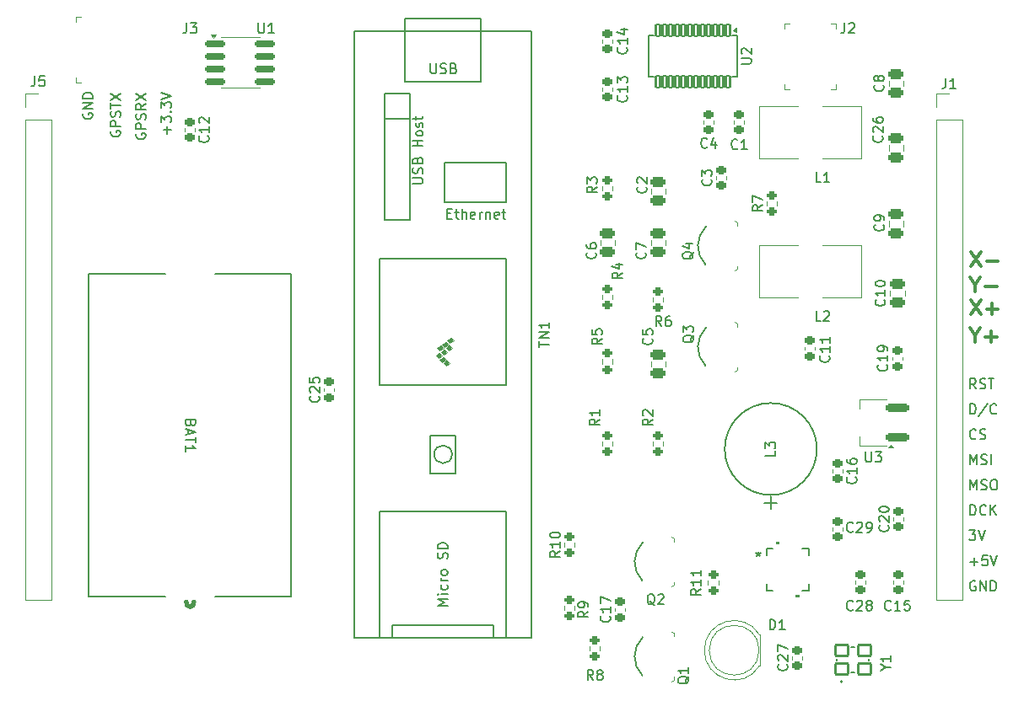
<source format=gbr>
G04 #@! TF.GenerationSoftware,KiCad,Pcbnew,8.0.4*
G04 #@! TF.CreationDate,2024-08-15T07:01:29-07:00*
G04 #@! TF.ProjectId,PocketFT8Xcvr,506f636b-6574-4465-9438-586376722e6b,rev?*
G04 #@! TF.SameCoordinates,Original*
G04 #@! TF.FileFunction,Legend,Top*
G04 #@! TF.FilePolarity,Positive*
%FSLAX46Y46*%
G04 Gerber Fmt 4.6, Leading zero omitted, Abs format (unit mm)*
G04 Created by KiCad (PCBNEW 8.0.4) date 2024-08-15 07:01:29*
%MOMM*%
%LPD*%
G01*
G04 APERTURE LIST*
G04 Aperture macros list*
%AMRoundRect*
0 Rectangle with rounded corners*
0 $1 Rounding radius*
0 $2 $3 $4 $5 $6 $7 $8 $9 X,Y pos of 4 corners*
0 Add a 4 corners polygon primitive as box body*
4,1,4,$2,$3,$4,$5,$6,$7,$8,$9,$2,$3,0*
0 Add four circle primitives for the rounded corners*
1,1,$1+$1,$2,$3*
1,1,$1+$1,$4,$5*
1,1,$1+$1,$6,$7*
1,1,$1+$1,$8,$9*
0 Add four rect primitives between the rounded corners*
20,1,$1+$1,$2,$3,$4,$5,0*
20,1,$1+$1,$4,$5,$6,$7,0*
20,1,$1+$1,$6,$7,$8,$9,0*
20,1,$1+$1,$8,$9,$2,$3,0*%
%AMFreePoly0*
4,1,9,5.362500,-0.866500,1.237500,-0.866500,1.237500,-0.450000,-1.237500,-0.450000,-1.237500,0.450000,1.237500,0.450000,1.237500,0.866500,5.362500,0.866500,5.362500,-0.866500,5.362500,-0.866500,$1*%
G04 Aperture macros list end*
%ADD10C,0.150000*%
%ADD11C,0.300000*%
%ADD12C,0.120000*%
%ADD13C,0.100000*%
%ADD14C,0.127000*%
%ADD15C,0.200000*%
%ADD16C,0.152400*%
%ADD17C,0.508000*%
%ADD18C,0.000000*%
%ADD19RoundRect,0.225000X0.250000X-0.225000X0.250000X0.225000X-0.250000X0.225000X-0.250000X-0.225000X0*%
%ADD20C,2.000000*%
%ADD21R,1.600000X1.600000*%
%ADD22C,1.600000*%
%ADD23R,1.300000X1.300000*%
%ADD24C,1.300000*%
%ADD25RoundRect,0.200000X-0.275000X0.200000X-0.275000X-0.200000X0.275000X-0.200000X0.275000X0.200000X0*%
%ADD26RoundRect,0.102000X0.650000X-0.550000X0.650000X0.550000X-0.650000X0.550000X-0.650000X-0.550000X0*%
%ADD27RoundRect,0.250000X0.475000X-0.250000X0.475000X0.250000X-0.475000X0.250000X-0.475000X-0.250000X0*%
%ADD28R,4.318000X3.302000*%
%ADD29C,2.020000*%
%ADD30RoundRect,0.200000X0.275000X-0.200000X0.275000X0.200000X-0.275000X0.200000X-0.275000X-0.200000X0*%
%ADD31RoundRect,0.250000X-0.475000X0.250000X-0.475000X-0.250000X0.475000X-0.250000X0.475000X0.250000X0*%
%ADD32R,1.500000X1.000000*%
%ADD33O,1.500000X1.000000*%
%ADD34R,1.473200X1.473200*%
%ADD35C,1.473200*%
%ADD36R,1.700000X1.700000*%
%ADD37O,1.700000X1.700000*%
%ADD38RoundRect,0.225000X-0.250000X0.225000X-0.250000X-0.225000X0.250000X-0.225000X0.250000X0.225000X0*%
%ADD39RoundRect,0.150000X-0.825000X-0.150000X0.825000X-0.150000X0.825000X0.150000X-0.825000X0.150000X0*%
%ADD40R,1.800000X1.800000*%
%ADD41C,1.800000*%
%ADD42R,0.762000X0.254000*%
%ADD43R,0.254000X0.762000*%
%ADD44R,2.743200X2.743200*%
%ADD45RoundRect,0.225000X0.925000X0.225000X-0.925000X0.225000X-0.925000X-0.225000X0.925000X-0.225000X0*%
%ADD46FreePoly0,180.000000*%
%ADD47RoundRect,0.100000X-0.200000X0.600000X-0.200000X-0.600000X0.200000X-0.600000X0.200000X0.600000X0*%
G04 APERTURE END LIST*
D10*
X200234779Y-91817819D02*
X200234779Y-90817819D01*
X200234779Y-90817819D02*
X200472874Y-90817819D01*
X200472874Y-90817819D02*
X200615731Y-90865438D01*
X200615731Y-90865438D02*
X200710969Y-90960676D01*
X200710969Y-90960676D02*
X200758588Y-91055914D01*
X200758588Y-91055914D02*
X200806207Y-91246390D01*
X200806207Y-91246390D02*
X200806207Y-91389247D01*
X200806207Y-91389247D02*
X200758588Y-91579723D01*
X200758588Y-91579723D02*
X200710969Y-91674961D01*
X200710969Y-91674961D02*
X200615731Y-91770200D01*
X200615731Y-91770200D02*
X200472874Y-91817819D01*
X200472874Y-91817819D02*
X200234779Y-91817819D01*
X201949064Y-90770200D02*
X201091922Y-92055914D01*
X202853826Y-91722580D02*
X202806207Y-91770200D01*
X202806207Y-91770200D02*
X202663350Y-91817819D01*
X202663350Y-91817819D02*
X202568112Y-91817819D01*
X202568112Y-91817819D02*
X202425255Y-91770200D01*
X202425255Y-91770200D02*
X202330017Y-91674961D01*
X202330017Y-91674961D02*
X202282398Y-91579723D01*
X202282398Y-91579723D02*
X202234779Y-91389247D01*
X202234779Y-91389247D02*
X202234779Y-91246390D01*
X202234779Y-91246390D02*
X202282398Y-91055914D01*
X202282398Y-91055914D02*
X202330017Y-90960676D01*
X202330017Y-90960676D02*
X202425255Y-90865438D01*
X202425255Y-90865438D02*
X202568112Y-90817819D01*
X202568112Y-90817819D02*
X202663350Y-90817819D01*
X202663350Y-90817819D02*
X202806207Y-90865438D01*
X202806207Y-90865438D02*
X202853826Y-90913057D01*
X200234779Y-99437819D02*
X200234779Y-98437819D01*
X200234779Y-98437819D02*
X200568112Y-99152104D01*
X200568112Y-99152104D02*
X200901445Y-98437819D01*
X200901445Y-98437819D02*
X200901445Y-99437819D01*
X201330017Y-99390200D02*
X201472874Y-99437819D01*
X201472874Y-99437819D02*
X201710969Y-99437819D01*
X201710969Y-99437819D02*
X201806207Y-99390200D01*
X201806207Y-99390200D02*
X201853826Y-99342580D01*
X201853826Y-99342580D02*
X201901445Y-99247342D01*
X201901445Y-99247342D02*
X201901445Y-99152104D01*
X201901445Y-99152104D02*
X201853826Y-99056866D01*
X201853826Y-99056866D02*
X201806207Y-99009247D01*
X201806207Y-99009247D02*
X201710969Y-98961628D01*
X201710969Y-98961628D02*
X201520493Y-98914009D01*
X201520493Y-98914009D02*
X201425255Y-98866390D01*
X201425255Y-98866390D02*
X201377636Y-98818771D01*
X201377636Y-98818771D02*
X201330017Y-98723533D01*
X201330017Y-98723533D02*
X201330017Y-98628295D01*
X201330017Y-98628295D02*
X201377636Y-98533057D01*
X201377636Y-98533057D02*
X201425255Y-98485438D01*
X201425255Y-98485438D02*
X201520493Y-98437819D01*
X201520493Y-98437819D02*
X201758588Y-98437819D01*
X201758588Y-98437819D02*
X201901445Y-98485438D01*
X202520493Y-98437819D02*
X202710969Y-98437819D01*
X202710969Y-98437819D02*
X202806207Y-98485438D01*
X202806207Y-98485438D02*
X202901445Y-98580676D01*
X202901445Y-98580676D02*
X202949064Y-98771152D01*
X202949064Y-98771152D02*
X202949064Y-99104485D01*
X202949064Y-99104485D02*
X202901445Y-99294961D01*
X202901445Y-99294961D02*
X202806207Y-99390200D01*
X202806207Y-99390200D02*
X202710969Y-99437819D01*
X202710969Y-99437819D02*
X202520493Y-99437819D01*
X202520493Y-99437819D02*
X202425255Y-99390200D01*
X202425255Y-99390200D02*
X202330017Y-99294961D01*
X202330017Y-99294961D02*
X202282398Y-99104485D01*
X202282398Y-99104485D02*
X202282398Y-98771152D01*
X202282398Y-98771152D02*
X202330017Y-98580676D01*
X202330017Y-98580676D02*
X202425255Y-98485438D01*
X202425255Y-98485438D02*
X202520493Y-98437819D01*
X111185438Y-61623411D02*
X111137819Y-61718649D01*
X111137819Y-61718649D02*
X111137819Y-61861506D01*
X111137819Y-61861506D02*
X111185438Y-62004363D01*
X111185438Y-62004363D02*
X111280676Y-62099601D01*
X111280676Y-62099601D02*
X111375914Y-62147220D01*
X111375914Y-62147220D02*
X111566390Y-62194839D01*
X111566390Y-62194839D02*
X111709247Y-62194839D01*
X111709247Y-62194839D02*
X111899723Y-62147220D01*
X111899723Y-62147220D02*
X111994961Y-62099601D01*
X111994961Y-62099601D02*
X112090200Y-62004363D01*
X112090200Y-62004363D02*
X112137819Y-61861506D01*
X112137819Y-61861506D02*
X112137819Y-61766268D01*
X112137819Y-61766268D02*
X112090200Y-61623411D01*
X112090200Y-61623411D02*
X112042580Y-61575792D01*
X112042580Y-61575792D02*
X111709247Y-61575792D01*
X111709247Y-61575792D02*
X111709247Y-61766268D01*
X112137819Y-61147220D02*
X111137819Y-61147220D01*
X111137819Y-61147220D02*
X112137819Y-60575792D01*
X112137819Y-60575792D02*
X111137819Y-60575792D01*
X112137819Y-60099601D02*
X111137819Y-60099601D01*
X111137819Y-60099601D02*
X111137819Y-59861506D01*
X111137819Y-59861506D02*
X111185438Y-59718649D01*
X111185438Y-59718649D02*
X111280676Y-59623411D01*
X111280676Y-59623411D02*
X111375914Y-59575792D01*
X111375914Y-59575792D02*
X111566390Y-59528173D01*
X111566390Y-59528173D02*
X111709247Y-59528173D01*
X111709247Y-59528173D02*
X111899723Y-59575792D01*
X111899723Y-59575792D02*
X111994961Y-59623411D01*
X111994961Y-59623411D02*
X112090200Y-59718649D01*
X112090200Y-59718649D02*
X112137819Y-59861506D01*
X112137819Y-59861506D02*
X112137819Y-60099601D01*
X200806207Y-94262580D02*
X200758588Y-94310200D01*
X200758588Y-94310200D02*
X200615731Y-94357819D01*
X200615731Y-94357819D02*
X200520493Y-94357819D01*
X200520493Y-94357819D02*
X200377636Y-94310200D01*
X200377636Y-94310200D02*
X200282398Y-94214961D01*
X200282398Y-94214961D02*
X200234779Y-94119723D01*
X200234779Y-94119723D02*
X200187160Y-93929247D01*
X200187160Y-93929247D02*
X200187160Y-93786390D01*
X200187160Y-93786390D02*
X200234779Y-93595914D01*
X200234779Y-93595914D02*
X200282398Y-93500676D01*
X200282398Y-93500676D02*
X200377636Y-93405438D01*
X200377636Y-93405438D02*
X200520493Y-93357819D01*
X200520493Y-93357819D02*
X200615731Y-93357819D01*
X200615731Y-93357819D02*
X200758588Y-93405438D01*
X200758588Y-93405438D02*
X200806207Y-93453057D01*
X201187160Y-94310200D02*
X201330017Y-94357819D01*
X201330017Y-94357819D02*
X201568112Y-94357819D01*
X201568112Y-94357819D02*
X201663350Y-94310200D01*
X201663350Y-94310200D02*
X201710969Y-94262580D01*
X201710969Y-94262580D02*
X201758588Y-94167342D01*
X201758588Y-94167342D02*
X201758588Y-94072104D01*
X201758588Y-94072104D02*
X201710969Y-93976866D01*
X201710969Y-93976866D02*
X201663350Y-93929247D01*
X201663350Y-93929247D02*
X201568112Y-93881628D01*
X201568112Y-93881628D02*
X201377636Y-93834009D01*
X201377636Y-93834009D02*
X201282398Y-93786390D01*
X201282398Y-93786390D02*
X201234779Y-93738771D01*
X201234779Y-93738771D02*
X201187160Y-93643533D01*
X201187160Y-93643533D02*
X201187160Y-93548295D01*
X201187160Y-93548295D02*
X201234779Y-93453057D01*
X201234779Y-93453057D02*
X201282398Y-93405438D01*
X201282398Y-93405438D02*
X201377636Y-93357819D01*
X201377636Y-93357819D02*
X201615731Y-93357819D01*
X201615731Y-93357819D02*
X201758588Y-93405438D01*
D11*
X200738225Y-78842542D02*
X200738225Y-79556828D01*
X200238225Y-78056828D02*
X200738225Y-78842542D01*
X200738225Y-78842542D02*
X201238225Y-78056828D01*
X201738224Y-78985400D02*
X202881082Y-78985400D01*
D10*
X200806207Y-89277819D02*
X200472874Y-88801628D01*
X200234779Y-89277819D02*
X200234779Y-88277819D01*
X200234779Y-88277819D02*
X200615731Y-88277819D01*
X200615731Y-88277819D02*
X200710969Y-88325438D01*
X200710969Y-88325438D02*
X200758588Y-88373057D01*
X200758588Y-88373057D02*
X200806207Y-88468295D01*
X200806207Y-88468295D02*
X200806207Y-88611152D01*
X200806207Y-88611152D02*
X200758588Y-88706390D01*
X200758588Y-88706390D02*
X200710969Y-88754009D01*
X200710969Y-88754009D02*
X200615731Y-88801628D01*
X200615731Y-88801628D02*
X200234779Y-88801628D01*
X201187160Y-89230200D02*
X201330017Y-89277819D01*
X201330017Y-89277819D02*
X201568112Y-89277819D01*
X201568112Y-89277819D02*
X201663350Y-89230200D01*
X201663350Y-89230200D02*
X201710969Y-89182580D01*
X201710969Y-89182580D02*
X201758588Y-89087342D01*
X201758588Y-89087342D02*
X201758588Y-88992104D01*
X201758588Y-88992104D02*
X201710969Y-88896866D01*
X201710969Y-88896866D02*
X201663350Y-88849247D01*
X201663350Y-88849247D02*
X201568112Y-88801628D01*
X201568112Y-88801628D02*
X201377636Y-88754009D01*
X201377636Y-88754009D02*
X201282398Y-88706390D01*
X201282398Y-88706390D02*
X201234779Y-88658771D01*
X201234779Y-88658771D02*
X201187160Y-88563533D01*
X201187160Y-88563533D02*
X201187160Y-88468295D01*
X201187160Y-88468295D02*
X201234779Y-88373057D01*
X201234779Y-88373057D02*
X201282398Y-88325438D01*
X201282398Y-88325438D02*
X201377636Y-88277819D01*
X201377636Y-88277819D02*
X201615731Y-88277819D01*
X201615731Y-88277819D02*
X201758588Y-88325438D01*
X202044303Y-88277819D02*
X202615731Y-88277819D01*
X202330017Y-89277819D02*
X202330017Y-88277819D01*
D11*
X200309653Y-80342828D02*
X201309653Y-81842828D01*
X201309653Y-80342828D02*
X200309653Y-81842828D01*
X201881081Y-81271400D02*
X203023939Y-81271400D01*
X202452510Y-81842828D02*
X202452510Y-80699971D01*
D10*
X200234779Y-96897819D02*
X200234779Y-95897819D01*
X200234779Y-95897819D02*
X200568112Y-96612104D01*
X200568112Y-96612104D02*
X200901445Y-95897819D01*
X200901445Y-95897819D02*
X200901445Y-96897819D01*
X201330017Y-96850200D02*
X201472874Y-96897819D01*
X201472874Y-96897819D02*
X201710969Y-96897819D01*
X201710969Y-96897819D02*
X201806207Y-96850200D01*
X201806207Y-96850200D02*
X201853826Y-96802580D01*
X201853826Y-96802580D02*
X201901445Y-96707342D01*
X201901445Y-96707342D02*
X201901445Y-96612104D01*
X201901445Y-96612104D02*
X201853826Y-96516866D01*
X201853826Y-96516866D02*
X201806207Y-96469247D01*
X201806207Y-96469247D02*
X201710969Y-96421628D01*
X201710969Y-96421628D02*
X201520493Y-96374009D01*
X201520493Y-96374009D02*
X201425255Y-96326390D01*
X201425255Y-96326390D02*
X201377636Y-96278771D01*
X201377636Y-96278771D02*
X201330017Y-96183533D01*
X201330017Y-96183533D02*
X201330017Y-96088295D01*
X201330017Y-96088295D02*
X201377636Y-95993057D01*
X201377636Y-95993057D02*
X201425255Y-95945438D01*
X201425255Y-95945438D02*
X201520493Y-95897819D01*
X201520493Y-95897819D02*
X201758588Y-95897819D01*
X201758588Y-95897819D02*
X201901445Y-95945438D01*
X202330017Y-96897819D02*
X202330017Y-95897819D01*
X116519438Y-63655411D02*
X116471819Y-63750649D01*
X116471819Y-63750649D02*
X116471819Y-63893506D01*
X116471819Y-63893506D02*
X116519438Y-64036363D01*
X116519438Y-64036363D02*
X116614676Y-64131601D01*
X116614676Y-64131601D02*
X116709914Y-64179220D01*
X116709914Y-64179220D02*
X116900390Y-64226839D01*
X116900390Y-64226839D02*
X117043247Y-64226839D01*
X117043247Y-64226839D02*
X117233723Y-64179220D01*
X117233723Y-64179220D02*
X117328961Y-64131601D01*
X117328961Y-64131601D02*
X117424200Y-64036363D01*
X117424200Y-64036363D02*
X117471819Y-63893506D01*
X117471819Y-63893506D02*
X117471819Y-63798268D01*
X117471819Y-63798268D02*
X117424200Y-63655411D01*
X117424200Y-63655411D02*
X117376580Y-63607792D01*
X117376580Y-63607792D02*
X117043247Y-63607792D01*
X117043247Y-63607792D02*
X117043247Y-63798268D01*
X117471819Y-63179220D02*
X116471819Y-63179220D01*
X116471819Y-63179220D02*
X116471819Y-62798268D01*
X116471819Y-62798268D02*
X116519438Y-62703030D01*
X116519438Y-62703030D02*
X116567057Y-62655411D01*
X116567057Y-62655411D02*
X116662295Y-62607792D01*
X116662295Y-62607792D02*
X116805152Y-62607792D01*
X116805152Y-62607792D02*
X116900390Y-62655411D01*
X116900390Y-62655411D02*
X116948009Y-62703030D01*
X116948009Y-62703030D02*
X116995628Y-62798268D01*
X116995628Y-62798268D02*
X116995628Y-63179220D01*
X117424200Y-62226839D02*
X117471819Y-62083982D01*
X117471819Y-62083982D02*
X117471819Y-61845887D01*
X117471819Y-61845887D02*
X117424200Y-61750649D01*
X117424200Y-61750649D02*
X117376580Y-61703030D01*
X117376580Y-61703030D02*
X117281342Y-61655411D01*
X117281342Y-61655411D02*
X117186104Y-61655411D01*
X117186104Y-61655411D02*
X117090866Y-61703030D01*
X117090866Y-61703030D02*
X117043247Y-61750649D01*
X117043247Y-61750649D02*
X116995628Y-61845887D01*
X116995628Y-61845887D02*
X116948009Y-62036363D01*
X116948009Y-62036363D02*
X116900390Y-62131601D01*
X116900390Y-62131601D02*
X116852771Y-62179220D01*
X116852771Y-62179220D02*
X116757533Y-62226839D01*
X116757533Y-62226839D02*
X116662295Y-62226839D01*
X116662295Y-62226839D02*
X116567057Y-62179220D01*
X116567057Y-62179220D02*
X116519438Y-62131601D01*
X116519438Y-62131601D02*
X116471819Y-62036363D01*
X116471819Y-62036363D02*
X116471819Y-61798268D01*
X116471819Y-61798268D02*
X116519438Y-61655411D01*
X117471819Y-60655411D02*
X116995628Y-60988744D01*
X117471819Y-61226839D02*
X116471819Y-61226839D01*
X116471819Y-61226839D02*
X116471819Y-60845887D01*
X116471819Y-60845887D02*
X116519438Y-60750649D01*
X116519438Y-60750649D02*
X116567057Y-60703030D01*
X116567057Y-60703030D02*
X116662295Y-60655411D01*
X116662295Y-60655411D02*
X116805152Y-60655411D01*
X116805152Y-60655411D02*
X116900390Y-60703030D01*
X116900390Y-60703030D02*
X116948009Y-60750649D01*
X116948009Y-60750649D02*
X116995628Y-60845887D01*
X116995628Y-60845887D02*
X116995628Y-61226839D01*
X116471819Y-60322077D02*
X117471819Y-59655411D01*
X116471819Y-59655411D02*
X117471819Y-60322077D01*
X119630866Y-63671220D02*
X119630866Y-62909316D01*
X120011819Y-63290268D02*
X119249914Y-63290268D01*
X119011819Y-62528363D02*
X119011819Y-61909316D01*
X119011819Y-61909316D02*
X119392771Y-62242649D01*
X119392771Y-62242649D02*
X119392771Y-62099792D01*
X119392771Y-62099792D02*
X119440390Y-62004554D01*
X119440390Y-62004554D02*
X119488009Y-61956935D01*
X119488009Y-61956935D02*
X119583247Y-61909316D01*
X119583247Y-61909316D02*
X119821342Y-61909316D01*
X119821342Y-61909316D02*
X119916580Y-61956935D01*
X119916580Y-61956935D02*
X119964200Y-62004554D01*
X119964200Y-62004554D02*
X120011819Y-62099792D01*
X120011819Y-62099792D02*
X120011819Y-62385506D01*
X120011819Y-62385506D02*
X119964200Y-62480744D01*
X119964200Y-62480744D02*
X119916580Y-62528363D01*
X119916580Y-61480744D02*
X119964200Y-61433125D01*
X119964200Y-61433125D02*
X120011819Y-61480744D01*
X120011819Y-61480744D02*
X119964200Y-61528363D01*
X119964200Y-61528363D02*
X119916580Y-61480744D01*
X119916580Y-61480744D02*
X120011819Y-61480744D01*
X119011819Y-61099792D02*
X119011819Y-60480745D01*
X119011819Y-60480745D02*
X119392771Y-60814078D01*
X119392771Y-60814078D02*
X119392771Y-60671221D01*
X119392771Y-60671221D02*
X119440390Y-60575983D01*
X119440390Y-60575983D02*
X119488009Y-60528364D01*
X119488009Y-60528364D02*
X119583247Y-60480745D01*
X119583247Y-60480745D02*
X119821342Y-60480745D01*
X119821342Y-60480745D02*
X119916580Y-60528364D01*
X119916580Y-60528364D02*
X119964200Y-60575983D01*
X119964200Y-60575983D02*
X120011819Y-60671221D01*
X120011819Y-60671221D02*
X120011819Y-60956935D01*
X120011819Y-60956935D02*
X119964200Y-61052173D01*
X119964200Y-61052173D02*
X119916580Y-61099792D01*
X119011819Y-60195030D02*
X120011819Y-59861697D01*
X120011819Y-59861697D02*
X119011819Y-59528364D01*
X200234779Y-106676866D02*
X200996684Y-106676866D01*
X200615731Y-107057819D02*
X200615731Y-106295914D01*
X201949064Y-106057819D02*
X201472874Y-106057819D01*
X201472874Y-106057819D02*
X201425255Y-106534009D01*
X201425255Y-106534009D02*
X201472874Y-106486390D01*
X201472874Y-106486390D02*
X201568112Y-106438771D01*
X201568112Y-106438771D02*
X201806207Y-106438771D01*
X201806207Y-106438771D02*
X201901445Y-106486390D01*
X201901445Y-106486390D02*
X201949064Y-106534009D01*
X201949064Y-106534009D02*
X201996683Y-106629247D01*
X201996683Y-106629247D02*
X201996683Y-106867342D01*
X201996683Y-106867342D02*
X201949064Y-106962580D01*
X201949064Y-106962580D02*
X201901445Y-107010200D01*
X201901445Y-107010200D02*
X201806207Y-107057819D01*
X201806207Y-107057819D02*
X201568112Y-107057819D01*
X201568112Y-107057819D02*
X201472874Y-107010200D01*
X201472874Y-107010200D02*
X201425255Y-106962580D01*
X202282398Y-106057819D02*
X202615731Y-107057819D01*
X202615731Y-107057819D02*
X202949064Y-106057819D01*
X200234779Y-101977819D02*
X200234779Y-100977819D01*
X200234779Y-100977819D02*
X200472874Y-100977819D01*
X200472874Y-100977819D02*
X200615731Y-101025438D01*
X200615731Y-101025438D02*
X200710969Y-101120676D01*
X200710969Y-101120676D02*
X200758588Y-101215914D01*
X200758588Y-101215914D02*
X200806207Y-101406390D01*
X200806207Y-101406390D02*
X200806207Y-101549247D01*
X200806207Y-101549247D02*
X200758588Y-101739723D01*
X200758588Y-101739723D02*
X200710969Y-101834961D01*
X200710969Y-101834961D02*
X200615731Y-101930200D01*
X200615731Y-101930200D02*
X200472874Y-101977819D01*
X200472874Y-101977819D02*
X200234779Y-101977819D01*
X201806207Y-101882580D02*
X201758588Y-101930200D01*
X201758588Y-101930200D02*
X201615731Y-101977819D01*
X201615731Y-101977819D02*
X201520493Y-101977819D01*
X201520493Y-101977819D02*
X201377636Y-101930200D01*
X201377636Y-101930200D02*
X201282398Y-101834961D01*
X201282398Y-101834961D02*
X201234779Y-101739723D01*
X201234779Y-101739723D02*
X201187160Y-101549247D01*
X201187160Y-101549247D02*
X201187160Y-101406390D01*
X201187160Y-101406390D02*
X201234779Y-101215914D01*
X201234779Y-101215914D02*
X201282398Y-101120676D01*
X201282398Y-101120676D02*
X201377636Y-101025438D01*
X201377636Y-101025438D02*
X201520493Y-100977819D01*
X201520493Y-100977819D02*
X201615731Y-100977819D01*
X201615731Y-100977819D02*
X201758588Y-101025438D01*
X201758588Y-101025438D02*
X201806207Y-101073057D01*
X202234779Y-101977819D02*
X202234779Y-100977819D01*
X202806207Y-101977819D02*
X202377636Y-101406390D01*
X202806207Y-100977819D02*
X202234779Y-101549247D01*
X113979438Y-63401411D02*
X113931819Y-63496649D01*
X113931819Y-63496649D02*
X113931819Y-63639506D01*
X113931819Y-63639506D02*
X113979438Y-63782363D01*
X113979438Y-63782363D02*
X114074676Y-63877601D01*
X114074676Y-63877601D02*
X114169914Y-63925220D01*
X114169914Y-63925220D02*
X114360390Y-63972839D01*
X114360390Y-63972839D02*
X114503247Y-63972839D01*
X114503247Y-63972839D02*
X114693723Y-63925220D01*
X114693723Y-63925220D02*
X114788961Y-63877601D01*
X114788961Y-63877601D02*
X114884200Y-63782363D01*
X114884200Y-63782363D02*
X114931819Y-63639506D01*
X114931819Y-63639506D02*
X114931819Y-63544268D01*
X114931819Y-63544268D02*
X114884200Y-63401411D01*
X114884200Y-63401411D02*
X114836580Y-63353792D01*
X114836580Y-63353792D02*
X114503247Y-63353792D01*
X114503247Y-63353792D02*
X114503247Y-63544268D01*
X114931819Y-62925220D02*
X113931819Y-62925220D01*
X113931819Y-62925220D02*
X113931819Y-62544268D01*
X113931819Y-62544268D02*
X113979438Y-62449030D01*
X113979438Y-62449030D02*
X114027057Y-62401411D01*
X114027057Y-62401411D02*
X114122295Y-62353792D01*
X114122295Y-62353792D02*
X114265152Y-62353792D01*
X114265152Y-62353792D02*
X114360390Y-62401411D01*
X114360390Y-62401411D02*
X114408009Y-62449030D01*
X114408009Y-62449030D02*
X114455628Y-62544268D01*
X114455628Y-62544268D02*
X114455628Y-62925220D01*
X114884200Y-61972839D02*
X114931819Y-61829982D01*
X114931819Y-61829982D02*
X114931819Y-61591887D01*
X114931819Y-61591887D02*
X114884200Y-61496649D01*
X114884200Y-61496649D02*
X114836580Y-61449030D01*
X114836580Y-61449030D02*
X114741342Y-61401411D01*
X114741342Y-61401411D02*
X114646104Y-61401411D01*
X114646104Y-61401411D02*
X114550866Y-61449030D01*
X114550866Y-61449030D02*
X114503247Y-61496649D01*
X114503247Y-61496649D02*
X114455628Y-61591887D01*
X114455628Y-61591887D02*
X114408009Y-61782363D01*
X114408009Y-61782363D02*
X114360390Y-61877601D01*
X114360390Y-61877601D02*
X114312771Y-61925220D01*
X114312771Y-61925220D02*
X114217533Y-61972839D01*
X114217533Y-61972839D02*
X114122295Y-61972839D01*
X114122295Y-61972839D02*
X114027057Y-61925220D01*
X114027057Y-61925220D02*
X113979438Y-61877601D01*
X113979438Y-61877601D02*
X113931819Y-61782363D01*
X113931819Y-61782363D02*
X113931819Y-61544268D01*
X113931819Y-61544268D02*
X113979438Y-61401411D01*
X113931819Y-61115696D02*
X113931819Y-60544268D01*
X114931819Y-60829982D02*
X113931819Y-60829982D01*
X113931819Y-60306172D02*
X114931819Y-59639506D01*
X113931819Y-59639506D02*
X114931819Y-60306172D01*
X200758588Y-108645438D02*
X200663350Y-108597819D01*
X200663350Y-108597819D02*
X200520493Y-108597819D01*
X200520493Y-108597819D02*
X200377636Y-108645438D01*
X200377636Y-108645438D02*
X200282398Y-108740676D01*
X200282398Y-108740676D02*
X200234779Y-108835914D01*
X200234779Y-108835914D02*
X200187160Y-109026390D01*
X200187160Y-109026390D02*
X200187160Y-109169247D01*
X200187160Y-109169247D02*
X200234779Y-109359723D01*
X200234779Y-109359723D02*
X200282398Y-109454961D01*
X200282398Y-109454961D02*
X200377636Y-109550200D01*
X200377636Y-109550200D02*
X200520493Y-109597819D01*
X200520493Y-109597819D02*
X200615731Y-109597819D01*
X200615731Y-109597819D02*
X200758588Y-109550200D01*
X200758588Y-109550200D02*
X200806207Y-109502580D01*
X200806207Y-109502580D02*
X200806207Y-109169247D01*
X200806207Y-109169247D02*
X200615731Y-109169247D01*
X201234779Y-109597819D02*
X201234779Y-108597819D01*
X201234779Y-108597819D02*
X201806207Y-109597819D01*
X201806207Y-109597819D02*
X201806207Y-108597819D01*
X202282398Y-109597819D02*
X202282398Y-108597819D01*
X202282398Y-108597819D02*
X202520493Y-108597819D01*
X202520493Y-108597819D02*
X202663350Y-108645438D01*
X202663350Y-108645438D02*
X202758588Y-108740676D01*
X202758588Y-108740676D02*
X202806207Y-108835914D01*
X202806207Y-108835914D02*
X202853826Y-109026390D01*
X202853826Y-109026390D02*
X202853826Y-109169247D01*
X202853826Y-109169247D02*
X202806207Y-109359723D01*
X202806207Y-109359723D02*
X202758588Y-109454961D01*
X202758588Y-109454961D02*
X202663350Y-109550200D01*
X202663350Y-109550200D02*
X202520493Y-109597819D01*
X202520493Y-109597819D02*
X202282398Y-109597819D01*
D11*
X200738225Y-83922542D02*
X200738225Y-84636828D01*
X200238225Y-83136828D02*
X200738225Y-83922542D01*
X200738225Y-83922542D02*
X201238225Y-83136828D01*
X201738224Y-84065400D02*
X202881082Y-84065400D01*
X202309653Y-84636828D02*
X202309653Y-83493971D01*
D10*
X200139541Y-103517819D02*
X200758588Y-103517819D01*
X200758588Y-103517819D02*
X200425255Y-103898771D01*
X200425255Y-103898771D02*
X200568112Y-103898771D01*
X200568112Y-103898771D02*
X200663350Y-103946390D01*
X200663350Y-103946390D02*
X200710969Y-103994009D01*
X200710969Y-103994009D02*
X200758588Y-104089247D01*
X200758588Y-104089247D02*
X200758588Y-104327342D01*
X200758588Y-104327342D02*
X200710969Y-104422580D01*
X200710969Y-104422580D02*
X200663350Y-104470200D01*
X200663350Y-104470200D02*
X200568112Y-104517819D01*
X200568112Y-104517819D02*
X200282398Y-104517819D01*
X200282398Y-104517819D02*
X200187160Y-104470200D01*
X200187160Y-104470200D02*
X200139541Y-104422580D01*
X201044303Y-103517819D02*
X201377636Y-104517819D01*
X201377636Y-104517819D02*
X201710969Y-103517819D01*
D11*
X200309653Y-75516828D02*
X201309653Y-77016828D01*
X201309653Y-75516828D02*
X200309653Y-77016828D01*
X201881081Y-76445400D02*
X203023939Y-76445400D01*
D10*
X176871333Y-65129580D02*
X176823714Y-65177200D01*
X176823714Y-65177200D02*
X176680857Y-65224819D01*
X176680857Y-65224819D02*
X176585619Y-65224819D01*
X176585619Y-65224819D02*
X176442762Y-65177200D01*
X176442762Y-65177200D02*
X176347524Y-65081961D01*
X176347524Y-65081961D02*
X176299905Y-64986723D01*
X176299905Y-64986723D02*
X176252286Y-64796247D01*
X176252286Y-64796247D02*
X176252286Y-64653390D01*
X176252286Y-64653390D02*
X176299905Y-64462914D01*
X176299905Y-64462914D02*
X176347524Y-64367676D01*
X176347524Y-64367676D02*
X176442762Y-64272438D01*
X176442762Y-64272438D02*
X176585619Y-64224819D01*
X176585619Y-64224819D02*
X176680857Y-64224819D01*
X176680857Y-64224819D02*
X176823714Y-64272438D01*
X176823714Y-64272438D02*
X176871333Y-64320057D01*
X177823714Y-65224819D02*
X177252286Y-65224819D01*
X177538000Y-65224819D02*
X177538000Y-64224819D01*
X177538000Y-64224819D02*
X177442762Y-64367676D01*
X177442762Y-64367676D02*
X177347524Y-64462914D01*
X177347524Y-64462914D02*
X177252286Y-64510533D01*
X156934819Y-85105713D02*
X156934819Y-84534285D01*
X157934819Y-84819999D02*
X156934819Y-84819999D01*
X157934819Y-84200951D02*
X156934819Y-84200951D01*
X156934819Y-84200951D02*
X157934819Y-83629523D01*
X157934819Y-83629523D02*
X156934819Y-83629523D01*
X157934819Y-82629523D02*
X157934819Y-83200951D01*
X157934819Y-82915237D02*
X156934819Y-82915237D01*
X156934819Y-82915237D02*
X157077676Y-83010475D01*
X157077676Y-83010475D02*
X157172914Y-83105713D01*
X157172914Y-83105713D02*
X157220533Y-83200951D01*
X144285619Y-68663723D02*
X145095142Y-68663723D01*
X145095142Y-68663723D02*
X145190380Y-68616104D01*
X145190380Y-68616104D02*
X145238000Y-68568485D01*
X145238000Y-68568485D02*
X145285619Y-68473247D01*
X145285619Y-68473247D02*
X145285619Y-68282771D01*
X145285619Y-68282771D02*
X145238000Y-68187533D01*
X145238000Y-68187533D02*
X145190380Y-68139914D01*
X145190380Y-68139914D02*
X145095142Y-68092295D01*
X145095142Y-68092295D02*
X144285619Y-68092295D01*
X145238000Y-67663723D02*
X145285619Y-67520866D01*
X145285619Y-67520866D02*
X145285619Y-67282771D01*
X145285619Y-67282771D02*
X145238000Y-67187533D01*
X145238000Y-67187533D02*
X145190380Y-67139914D01*
X145190380Y-67139914D02*
X145095142Y-67092295D01*
X145095142Y-67092295D02*
X144999904Y-67092295D01*
X144999904Y-67092295D02*
X144904666Y-67139914D01*
X144904666Y-67139914D02*
X144857047Y-67187533D01*
X144857047Y-67187533D02*
X144809428Y-67282771D01*
X144809428Y-67282771D02*
X144761809Y-67473247D01*
X144761809Y-67473247D02*
X144714190Y-67568485D01*
X144714190Y-67568485D02*
X144666571Y-67616104D01*
X144666571Y-67616104D02*
X144571333Y-67663723D01*
X144571333Y-67663723D02*
X144476095Y-67663723D01*
X144476095Y-67663723D02*
X144380857Y-67616104D01*
X144380857Y-67616104D02*
X144333238Y-67568485D01*
X144333238Y-67568485D02*
X144285619Y-67473247D01*
X144285619Y-67473247D02*
X144285619Y-67235152D01*
X144285619Y-67235152D02*
X144333238Y-67092295D01*
X144761809Y-66330390D02*
X144809428Y-66187533D01*
X144809428Y-66187533D02*
X144857047Y-66139914D01*
X144857047Y-66139914D02*
X144952285Y-66092295D01*
X144952285Y-66092295D02*
X145095142Y-66092295D01*
X145095142Y-66092295D02*
X145190380Y-66139914D01*
X145190380Y-66139914D02*
X145238000Y-66187533D01*
X145238000Y-66187533D02*
X145285619Y-66282771D01*
X145285619Y-66282771D02*
X145285619Y-66663723D01*
X145285619Y-66663723D02*
X144285619Y-66663723D01*
X144285619Y-66663723D02*
X144285619Y-66330390D01*
X144285619Y-66330390D02*
X144333238Y-66235152D01*
X144333238Y-66235152D02*
X144380857Y-66187533D01*
X144380857Y-66187533D02*
X144476095Y-66139914D01*
X144476095Y-66139914D02*
X144571333Y-66139914D01*
X144571333Y-66139914D02*
X144666571Y-66187533D01*
X144666571Y-66187533D02*
X144714190Y-66235152D01*
X144714190Y-66235152D02*
X144761809Y-66330390D01*
X144761809Y-66330390D02*
X144761809Y-66663723D01*
X145285619Y-64901818D02*
X144285619Y-64901818D01*
X144761809Y-64901818D02*
X144761809Y-64330390D01*
X145285619Y-64330390D02*
X144285619Y-64330390D01*
X145285619Y-63711342D02*
X145238000Y-63806580D01*
X145238000Y-63806580D02*
X145190380Y-63854199D01*
X145190380Y-63854199D02*
X145095142Y-63901818D01*
X145095142Y-63901818D02*
X144809428Y-63901818D01*
X144809428Y-63901818D02*
X144714190Y-63854199D01*
X144714190Y-63854199D02*
X144666571Y-63806580D01*
X144666571Y-63806580D02*
X144618952Y-63711342D01*
X144618952Y-63711342D02*
X144618952Y-63568485D01*
X144618952Y-63568485D02*
X144666571Y-63473247D01*
X144666571Y-63473247D02*
X144714190Y-63425628D01*
X144714190Y-63425628D02*
X144809428Y-63378009D01*
X144809428Y-63378009D02*
X145095142Y-63378009D01*
X145095142Y-63378009D02*
X145190380Y-63425628D01*
X145190380Y-63425628D02*
X145238000Y-63473247D01*
X145238000Y-63473247D02*
X145285619Y-63568485D01*
X145285619Y-63568485D02*
X145285619Y-63711342D01*
X145238000Y-62997056D02*
X145285619Y-62901818D01*
X145285619Y-62901818D02*
X145285619Y-62711342D01*
X145285619Y-62711342D02*
X145238000Y-62616104D01*
X145238000Y-62616104D02*
X145142761Y-62568485D01*
X145142761Y-62568485D02*
X145095142Y-62568485D01*
X145095142Y-62568485D02*
X144999904Y-62616104D01*
X144999904Y-62616104D02*
X144952285Y-62711342D01*
X144952285Y-62711342D02*
X144952285Y-62854199D01*
X144952285Y-62854199D02*
X144904666Y-62949437D01*
X144904666Y-62949437D02*
X144809428Y-62997056D01*
X144809428Y-62997056D02*
X144761809Y-62997056D01*
X144761809Y-62997056D02*
X144666571Y-62949437D01*
X144666571Y-62949437D02*
X144618952Y-62854199D01*
X144618952Y-62854199D02*
X144618952Y-62711342D01*
X144618952Y-62711342D02*
X144666571Y-62616104D01*
X144618952Y-62282770D02*
X144618952Y-61901818D01*
X144285619Y-62139913D02*
X145142761Y-62139913D01*
X145142761Y-62139913D02*
X145238000Y-62092294D01*
X145238000Y-62092294D02*
X145285619Y-61997056D01*
X145285619Y-61997056D02*
X145285619Y-61901818D01*
X147774819Y-111069047D02*
X146774819Y-111069047D01*
X146774819Y-111069047D02*
X147489104Y-110735714D01*
X147489104Y-110735714D02*
X146774819Y-110402381D01*
X146774819Y-110402381D02*
X147774819Y-110402381D01*
X147774819Y-109926190D02*
X147108152Y-109926190D01*
X146774819Y-109926190D02*
X146822438Y-109973809D01*
X146822438Y-109973809D02*
X146870057Y-109926190D01*
X146870057Y-109926190D02*
X146822438Y-109878571D01*
X146822438Y-109878571D02*
X146774819Y-109926190D01*
X146774819Y-109926190D02*
X146870057Y-109926190D01*
X147727200Y-109021429D02*
X147774819Y-109116667D01*
X147774819Y-109116667D02*
X147774819Y-109307143D01*
X147774819Y-109307143D02*
X147727200Y-109402381D01*
X147727200Y-109402381D02*
X147679580Y-109450000D01*
X147679580Y-109450000D02*
X147584342Y-109497619D01*
X147584342Y-109497619D02*
X147298628Y-109497619D01*
X147298628Y-109497619D02*
X147203390Y-109450000D01*
X147203390Y-109450000D02*
X147155771Y-109402381D01*
X147155771Y-109402381D02*
X147108152Y-109307143D01*
X147108152Y-109307143D02*
X147108152Y-109116667D01*
X147108152Y-109116667D02*
X147155771Y-109021429D01*
X147774819Y-108592857D02*
X147108152Y-108592857D01*
X147298628Y-108592857D02*
X147203390Y-108545238D01*
X147203390Y-108545238D02*
X147155771Y-108497619D01*
X147155771Y-108497619D02*
X147108152Y-108402381D01*
X147108152Y-108402381D02*
X147108152Y-108307143D01*
X147774819Y-107830952D02*
X147727200Y-107926190D01*
X147727200Y-107926190D02*
X147679580Y-107973809D01*
X147679580Y-107973809D02*
X147584342Y-108021428D01*
X147584342Y-108021428D02*
X147298628Y-108021428D01*
X147298628Y-108021428D02*
X147203390Y-107973809D01*
X147203390Y-107973809D02*
X147155771Y-107926190D01*
X147155771Y-107926190D02*
X147108152Y-107830952D01*
X147108152Y-107830952D02*
X147108152Y-107688095D01*
X147108152Y-107688095D02*
X147155771Y-107592857D01*
X147155771Y-107592857D02*
X147203390Y-107545238D01*
X147203390Y-107545238D02*
X147298628Y-107497619D01*
X147298628Y-107497619D02*
X147584342Y-107497619D01*
X147584342Y-107497619D02*
X147679580Y-107545238D01*
X147679580Y-107545238D02*
X147727200Y-107592857D01*
X147727200Y-107592857D02*
X147774819Y-107688095D01*
X147774819Y-107688095D02*
X147774819Y-107830952D01*
X147727200Y-106354761D02*
X147774819Y-106211904D01*
X147774819Y-106211904D02*
X147774819Y-105973809D01*
X147774819Y-105973809D02*
X147727200Y-105878571D01*
X147727200Y-105878571D02*
X147679580Y-105830952D01*
X147679580Y-105830952D02*
X147584342Y-105783333D01*
X147584342Y-105783333D02*
X147489104Y-105783333D01*
X147489104Y-105783333D02*
X147393866Y-105830952D01*
X147393866Y-105830952D02*
X147346247Y-105878571D01*
X147346247Y-105878571D02*
X147298628Y-105973809D01*
X147298628Y-105973809D02*
X147251009Y-106164285D01*
X147251009Y-106164285D02*
X147203390Y-106259523D01*
X147203390Y-106259523D02*
X147155771Y-106307142D01*
X147155771Y-106307142D02*
X147060533Y-106354761D01*
X147060533Y-106354761D02*
X146965295Y-106354761D01*
X146965295Y-106354761D02*
X146870057Y-106307142D01*
X146870057Y-106307142D02*
X146822438Y-106259523D01*
X146822438Y-106259523D02*
X146774819Y-106164285D01*
X146774819Y-106164285D02*
X146774819Y-105926190D01*
X146774819Y-105926190D02*
X146822438Y-105783333D01*
X147774819Y-105354761D02*
X146774819Y-105354761D01*
X146774819Y-105354761D02*
X146774819Y-105116666D01*
X146774819Y-105116666D02*
X146822438Y-104973809D01*
X146822438Y-104973809D02*
X146917676Y-104878571D01*
X146917676Y-104878571D02*
X147012914Y-104830952D01*
X147012914Y-104830952D02*
X147203390Y-104783333D01*
X147203390Y-104783333D02*
X147346247Y-104783333D01*
X147346247Y-104783333D02*
X147536723Y-104830952D01*
X147536723Y-104830952D02*
X147631961Y-104878571D01*
X147631961Y-104878571D02*
X147727200Y-104973809D01*
X147727200Y-104973809D02*
X147774819Y-105116666D01*
X147774819Y-105116666D02*
X147774819Y-105354761D01*
X147739456Y-71686009D02*
X148072789Y-71686009D01*
X148215646Y-72209819D02*
X147739456Y-72209819D01*
X147739456Y-72209819D02*
X147739456Y-71209819D01*
X147739456Y-71209819D02*
X148215646Y-71209819D01*
X148501361Y-71543152D02*
X148882313Y-71543152D01*
X148644218Y-71209819D02*
X148644218Y-72066961D01*
X148644218Y-72066961D02*
X148691837Y-72162200D01*
X148691837Y-72162200D02*
X148787075Y-72209819D01*
X148787075Y-72209819D02*
X148882313Y-72209819D01*
X149215647Y-72209819D02*
X149215647Y-71209819D01*
X149644218Y-72209819D02*
X149644218Y-71686009D01*
X149644218Y-71686009D02*
X149596599Y-71590771D01*
X149596599Y-71590771D02*
X149501361Y-71543152D01*
X149501361Y-71543152D02*
X149358504Y-71543152D01*
X149358504Y-71543152D02*
X149263266Y-71590771D01*
X149263266Y-71590771D02*
X149215647Y-71638390D01*
X150501361Y-72162200D02*
X150406123Y-72209819D01*
X150406123Y-72209819D02*
X150215647Y-72209819D01*
X150215647Y-72209819D02*
X150120409Y-72162200D01*
X150120409Y-72162200D02*
X150072790Y-72066961D01*
X150072790Y-72066961D02*
X150072790Y-71686009D01*
X150072790Y-71686009D02*
X150120409Y-71590771D01*
X150120409Y-71590771D02*
X150215647Y-71543152D01*
X150215647Y-71543152D02*
X150406123Y-71543152D01*
X150406123Y-71543152D02*
X150501361Y-71590771D01*
X150501361Y-71590771D02*
X150548980Y-71686009D01*
X150548980Y-71686009D02*
X150548980Y-71781247D01*
X150548980Y-71781247D02*
X150072790Y-71876485D01*
X150977552Y-72209819D02*
X150977552Y-71543152D01*
X150977552Y-71733628D02*
X151025171Y-71638390D01*
X151025171Y-71638390D02*
X151072790Y-71590771D01*
X151072790Y-71590771D02*
X151168028Y-71543152D01*
X151168028Y-71543152D02*
X151263266Y-71543152D01*
X151596600Y-71543152D02*
X151596600Y-72209819D01*
X151596600Y-71638390D02*
X151644219Y-71590771D01*
X151644219Y-71590771D02*
X151739457Y-71543152D01*
X151739457Y-71543152D02*
X151882314Y-71543152D01*
X151882314Y-71543152D02*
X151977552Y-71590771D01*
X151977552Y-71590771D02*
X152025171Y-71686009D01*
X152025171Y-71686009D02*
X152025171Y-72209819D01*
X152882314Y-72162200D02*
X152787076Y-72209819D01*
X152787076Y-72209819D02*
X152596600Y-72209819D01*
X152596600Y-72209819D02*
X152501362Y-72162200D01*
X152501362Y-72162200D02*
X152453743Y-72066961D01*
X152453743Y-72066961D02*
X152453743Y-71686009D01*
X152453743Y-71686009D02*
X152501362Y-71590771D01*
X152501362Y-71590771D02*
X152596600Y-71543152D01*
X152596600Y-71543152D02*
X152787076Y-71543152D01*
X152787076Y-71543152D02*
X152882314Y-71590771D01*
X152882314Y-71590771D02*
X152929933Y-71686009D01*
X152929933Y-71686009D02*
X152929933Y-71781247D01*
X152929933Y-71781247D02*
X152453743Y-71876485D01*
X153215648Y-71543152D02*
X153596600Y-71543152D01*
X153358505Y-71209819D02*
X153358505Y-72066961D01*
X153358505Y-72066961D02*
X153406124Y-72162200D01*
X153406124Y-72162200D02*
X153501362Y-72209819D01*
X153501362Y-72209819D02*
X153596600Y-72209819D01*
X146058095Y-56604819D02*
X146058095Y-57414342D01*
X146058095Y-57414342D02*
X146105714Y-57509580D01*
X146105714Y-57509580D02*
X146153333Y-57557200D01*
X146153333Y-57557200D02*
X146248571Y-57604819D01*
X146248571Y-57604819D02*
X146439047Y-57604819D01*
X146439047Y-57604819D02*
X146534285Y-57557200D01*
X146534285Y-57557200D02*
X146581904Y-57509580D01*
X146581904Y-57509580D02*
X146629523Y-57414342D01*
X146629523Y-57414342D02*
X146629523Y-56604819D01*
X147058095Y-57557200D02*
X147200952Y-57604819D01*
X147200952Y-57604819D02*
X147439047Y-57604819D01*
X147439047Y-57604819D02*
X147534285Y-57557200D01*
X147534285Y-57557200D02*
X147581904Y-57509580D01*
X147581904Y-57509580D02*
X147629523Y-57414342D01*
X147629523Y-57414342D02*
X147629523Y-57319104D01*
X147629523Y-57319104D02*
X147581904Y-57223866D01*
X147581904Y-57223866D02*
X147534285Y-57176247D01*
X147534285Y-57176247D02*
X147439047Y-57128628D01*
X147439047Y-57128628D02*
X147248571Y-57081009D01*
X147248571Y-57081009D02*
X147153333Y-57033390D01*
X147153333Y-57033390D02*
X147105714Y-56985771D01*
X147105714Y-56985771D02*
X147058095Y-56890533D01*
X147058095Y-56890533D02*
X147058095Y-56795295D01*
X147058095Y-56795295D02*
X147105714Y-56700057D01*
X147105714Y-56700057D02*
X147153333Y-56652438D01*
X147153333Y-56652438D02*
X147248571Y-56604819D01*
X147248571Y-56604819D02*
X147486666Y-56604819D01*
X147486666Y-56604819D02*
X147629523Y-56652438D01*
X148391428Y-57081009D02*
X148534285Y-57128628D01*
X148534285Y-57128628D02*
X148581904Y-57176247D01*
X148581904Y-57176247D02*
X148629523Y-57271485D01*
X148629523Y-57271485D02*
X148629523Y-57414342D01*
X148629523Y-57414342D02*
X148581904Y-57509580D01*
X148581904Y-57509580D02*
X148534285Y-57557200D01*
X148534285Y-57557200D02*
X148439047Y-57604819D01*
X148439047Y-57604819D02*
X148058095Y-57604819D01*
X148058095Y-57604819D02*
X148058095Y-56604819D01*
X148058095Y-56604819D02*
X148391428Y-56604819D01*
X148391428Y-56604819D02*
X148486666Y-56652438D01*
X148486666Y-56652438D02*
X148534285Y-56700057D01*
X148534285Y-56700057D02*
X148581904Y-56795295D01*
X148581904Y-56795295D02*
X148581904Y-56890533D01*
X148581904Y-56890533D02*
X148534285Y-56985771D01*
X148534285Y-56985771D02*
X148486666Y-57033390D01*
X148486666Y-57033390D02*
X148391428Y-57081009D01*
X148391428Y-57081009D02*
X148058095Y-57081009D01*
X163014819Y-92368666D02*
X162538628Y-92701999D01*
X163014819Y-92940094D02*
X162014819Y-92940094D01*
X162014819Y-92940094D02*
X162014819Y-92559142D01*
X162014819Y-92559142D02*
X162062438Y-92463904D01*
X162062438Y-92463904D02*
X162110057Y-92416285D01*
X162110057Y-92416285D02*
X162205295Y-92368666D01*
X162205295Y-92368666D02*
X162348152Y-92368666D01*
X162348152Y-92368666D02*
X162443390Y-92416285D01*
X162443390Y-92416285D02*
X162491009Y-92463904D01*
X162491009Y-92463904D02*
X162538628Y-92559142D01*
X162538628Y-92559142D02*
X162538628Y-92940094D01*
X163014819Y-91416285D02*
X163014819Y-91987713D01*
X163014819Y-91701999D02*
X162014819Y-91701999D01*
X162014819Y-91701999D02*
X162157676Y-91797237D01*
X162157676Y-91797237D02*
X162252914Y-91892475D01*
X162252914Y-91892475D02*
X162300533Y-91987713D01*
X191748628Y-117316190D02*
X192224819Y-117316190D01*
X191224819Y-117649523D02*
X191748628Y-117316190D01*
X191748628Y-117316190D02*
X191224819Y-116982857D01*
X192224819Y-116125714D02*
X192224819Y-116697142D01*
X192224819Y-116411428D02*
X191224819Y-116411428D01*
X191224819Y-116411428D02*
X191367676Y-116506666D01*
X191367676Y-116506666D02*
X191462914Y-116601904D01*
X191462914Y-116601904D02*
X191510533Y-116697142D01*
X167589580Y-75604666D02*
X167637200Y-75652285D01*
X167637200Y-75652285D02*
X167684819Y-75795142D01*
X167684819Y-75795142D02*
X167684819Y-75890380D01*
X167684819Y-75890380D02*
X167637200Y-76033237D01*
X167637200Y-76033237D02*
X167541961Y-76128475D01*
X167541961Y-76128475D02*
X167446723Y-76176094D01*
X167446723Y-76176094D02*
X167256247Y-76223713D01*
X167256247Y-76223713D02*
X167113390Y-76223713D01*
X167113390Y-76223713D02*
X166922914Y-76176094D01*
X166922914Y-76176094D02*
X166827676Y-76128475D01*
X166827676Y-76128475D02*
X166732438Y-76033237D01*
X166732438Y-76033237D02*
X166684819Y-75890380D01*
X166684819Y-75890380D02*
X166684819Y-75795142D01*
X166684819Y-75795142D02*
X166732438Y-75652285D01*
X166732438Y-75652285D02*
X166780057Y-75604666D01*
X166684819Y-75271332D02*
X166684819Y-74604666D01*
X166684819Y-74604666D02*
X167684819Y-75033237D01*
X121988990Y-92765714D02*
X121941371Y-92908571D01*
X121941371Y-92908571D02*
X121893752Y-92956190D01*
X121893752Y-92956190D02*
X121798514Y-93003809D01*
X121798514Y-93003809D02*
X121655657Y-93003809D01*
X121655657Y-93003809D02*
X121560419Y-92956190D01*
X121560419Y-92956190D02*
X121512800Y-92908571D01*
X121512800Y-92908571D02*
X121465180Y-92813333D01*
X121465180Y-92813333D02*
X121465180Y-92432381D01*
X121465180Y-92432381D02*
X122465180Y-92432381D01*
X122465180Y-92432381D02*
X122465180Y-92765714D01*
X122465180Y-92765714D02*
X122417561Y-92860952D01*
X122417561Y-92860952D02*
X122369942Y-92908571D01*
X122369942Y-92908571D02*
X122274704Y-92956190D01*
X122274704Y-92956190D02*
X122179466Y-92956190D01*
X122179466Y-92956190D02*
X122084228Y-92908571D01*
X122084228Y-92908571D02*
X122036609Y-92860952D01*
X122036609Y-92860952D02*
X121988990Y-92765714D01*
X121988990Y-92765714D02*
X121988990Y-92432381D01*
X121750895Y-93384762D02*
X121750895Y-93860952D01*
X121465180Y-93289524D02*
X122465180Y-93622857D01*
X122465180Y-93622857D02*
X121465180Y-93956190D01*
X122465180Y-94146667D02*
X122465180Y-94718095D01*
X121465180Y-94432381D02*
X122465180Y-94432381D01*
X121465180Y-95575238D02*
X121465180Y-95003810D01*
X121465180Y-95289524D02*
X122465180Y-95289524D01*
X122465180Y-95289524D02*
X122322323Y-95194286D01*
X122322323Y-95194286D02*
X122227085Y-95099048D01*
X122227085Y-95099048D02*
X122179466Y-95003810D01*
X187626666Y-52540819D02*
X187626666Y-53255104D01*
X187626666Y-53255104D02*
X187579047Y-53397961D01*
X187579047Y-53397961D02*
X187483809Y-53493200D01*
X187483809Y-53493200D02*
X187340952Y-53540819D01*
X187340952Y-53540819D02*
X187245714Y-53540819D01*
X188055238Y-52636057D02*
X188102857Y-52588438D01*
X188102857Y-52588438D02*
X188198095Y-52540819D01*
X188198095Y-52540819D02*
X188436190Y-52540819D01*
X188436190Y-52540819D02*
X188531428Y-52588438D01*
X188531428Y-52588438D02*
X188579047Y-52636057D01*
X188579047Y-52636057D02*
X188626666Y-52731295D01*
X188626666Y-52731295D02*
X188626666Y-52826533D01*
X188626666Y-52826533D02*
X188579047Y-52969390D01*
X188579047Y-52969390D02*
X188007619Y-53540819D01*
X188007619Y-53540819D02*
X188626666Y-53540819D01*
X185253333Y-68526819D02*
X184777143Y-68526819D01*
X184777143Y-68526819D02*
X184777143Y-67526819D01*
X186110476Y-68526819D02*
X185539048Y-68526819D01*
X185824762Y-68526819D02*
X185824762Y-67526819D01*
X185824762Y-67526819D02*
X185729524Y-67669676D01*
X185729524Y-67669676D02*
X185634286Y-67764914D01*
X185634286Y-67764914D02*
X185539048Y-67812533D01*
X159044819Y-105607857D02*
X158568628Y-105941190D01*
X159044819Y-106179285D02*
X158044819Y-106179285D01*
X158044819Y-106179285D02*
X158044819Y-105798333D01*
X158044819Y-105798333D02*
X158092438Y-105703095D01*
X158092438Y-105703095D02*
X158140057Y-105655476D01*
X158140057Y-105655476D02*
X158235295Y-105607857D01*
X158235295Y-105607857D02*
X158378152Y-105607857D01*
X158378152Y-105607857D02*
X158473390Y-105655476D01*
X158473390Y-105655476D02*
X158521009Y-105703095D01*
X158521009Y-105703095D02*
X158568628Y-105798333D01*
X158568628Y-105798333D02*
X158568628Y-106179285D01*
X159044819Y-104655476D02*
X159044819Y-105226904D01*
X159044819Y-104941190D02*
X158044819Y-104941190D01*
X158044819Y-104941190D02*
X158187676Y-105036428D01*
X158187676Y-105036428D02*
X158282914Y-105131666D01*
X158282914Y-105131666D02*
X158330533Y-105226904D01*
X158044819Y-104036428D02*
X158044819Y-103941190D01*
X158044819Y-103941190D02*
X158092438Y-103845952D01*
X158092438Y-103845952D02*
X158140057Y-103798333D01*
X158140057Y-103798333D02*
X158235295Y-103750714D01*
X158235295Y-103750714D02*
X158425771Y-103703095D01*
X158425771Y-103703095D02*
X158663866Y-103703095D01*
X158663866Y-103703095D02*
X158854342Y-103750714D01*
X158854342Y-103750714D02*
X158949580Y-103798333D01*
X158949580Y-103798333D02*
X158997200Y-103845952D01*
X158997200Y-103845952D02*
X159044819Y-103941190D01*
X159044819Y-103941190D02*
X159044819Y-104036428D01*
X159044819Y-104036428D02*
X158997200Y-104131666D01*
X158997200Y-104131666D02*
X158949580Y-104179285D01*
X158949580Y-104179285D02*
X158854342Y-104226904D01*
X158854342Y-104226904D02*
X158663866Y-104274523D01*
X158663866Y-104274523D02*
X158425771Y-104274523D01*
X158425771Y-104274523D02*
X158235295Y-104226904D01*
X158235295Y-104226904D02*
X158140057Y-104179285D01*
X158140057Y-104179285D02*
X158092438Y-104131666D01*
X158092438Y-104131666D02*
X158044819Y-104036428D01*
X168253580Y-84240666D02*
X168301200Y-84288285D01*
X168301200Y-84288285D02*
X168348819Y-84431142D01*
X168348819Y-84431142D02*
X168348819Y-84526380D01*
X168348819Y-84526380D02*
X168301200Y-84669237D01*
X168301200Y-84669237D02*
X168205961Y-84764475D01*
X168205961Y-84764475D02*
X168110723Y-84812094D01*
X168110723Y-84812094D02*
X167920247Y-84859713D01*
X167920247Y-84859713D02*
X167777390Y-84859713D01*
X167777390Y-84859713D02*
X167586914Y-84812094D01*
X167586914Y-84812094D02*
X167491676Y-84764475D01*
X167491676Y-84764475D02*
X167396438Y-84669237D01*
X167396438Y-84669237D02*
X167348819Y-84526380D01*
X167348819Y-84526380D02*
X167348819Y-84431142D01*
X167348819Y-84431142D02*
X167396438Y-84288285D01*
X167396438Y-84288285D02*
X167444057Y-84240666D01*
X167348819Y-83335904D02*
X167348819Y-83812094D01*
X167348819Y-83812094D02*
X167825009Y-83859713D01*
X167825009Y-83859713D02*
X167777390Y-83812094D01*
X167777390Y-83812094D02*
X167729771Y-83716856D01*
X167729771Y-83716856D02*
X167729771Y-83478761D01*
X167729771Y-83478761D02*
X167777390Y-83383523D01*
X167777390Y-83383523D02*
X167825009Y-83335904D01*
X167825009Y-83335904D02*
X167920247Y-83288285D01*
X167920247Y-83288285D02*
X168158342Y-83288285D01*
X168158342Y-83288285D02*
X168253580Y-83335904D01*
X168253580Y-83335904D02*
X168301200Y-83383523D01*
X168301200Y-83383523D02*
X168348819Y-83478761D01*
X168348819Y-83478761D02*
X168348819Y-83716856D01*
X168348819Y-83716856D02*
X168301200Y-83812094D01*
X168301200Y-83812094D02*
X168253580Y-83859713D01*
X186033580Y-85986857D02*
X186081200Y-86034476D01*
X186081200Y-86034476D02*
X186128819Y-86177333D01*
X186128819Y-86177333D02*
X186128819Y-86272571D01*
X186128819Y-86272571D02*
X186081200Y-86415428D01*
X186081200Y-86415428D02*
X185985961Y-86510666D01*
X185985961Y-86510666D02*
X185890723Y-86558285D01*
X185890723Y-86558285D02*
X185700247Y-86605904D01*
X185700247Y-86605904D02*
X185557390Y-86605904D01*
X185557390Y-86605904D02*
X185366914Y-86558285D01*
X185366914Y-86558285D02*
X185271676Y-86510666D01*
X185271676Y-86510666D02*
X185176438Y-86415428D01*
X185176438Y-86415428D02*
X185128819Y-86272571D01*
X185128819Y-86272571D02*
X185128819Y-86177333D01*
X185128819Y-86177333D02*
X185176438Y-86034476D01*
X185176438Y-86034476D02*
X185224057Y-85986857D01*
X186128819Y-85034476D02*
X186128819Y-85605904D01*
X186128819Y-85320190D02*
X185128819Y-85320190D01*
X185128819Y-85320190D02*
X185271676Y-85415428D01*
X185271676Y-85415428D02*
X185366914Y-85510666D01*
X185366914Y-85510666D02*
X185414533Y-85605904D01*
X186128819Y-84082095D02*
X186128819Y-84653523D01*
X186128819Y-84367809D02*
X185128819Y-84367809D01*
X185128819Y-84367809D02*
X185271676Y-84463047D01*
X185271676Y-84463047D02*
X185366914Y-84558285D01*
X185366914Y-84558285D02*
X185414533Y-84653523D01*
X172000057Y-118205238D02*
X171952438Y-118300476D01*
X171952438Y-118300476D02*
X171857200Y-118395714D01*
X171857200Y-118395714D02*
X171714342Y-118538571D01*
X171714342Y-118538571D02*
X171666723Y-118633809D01*
X171666723Y-118633809D02*
X171666723Y-118729047D01*
X171904819Y-118681428D02*
X171857200Y-118776666D01*
X171857200Y-118776666D02*
X171761961Y-118871904D01*
X171761961Y-118871904D02*
X171571485Y-118919523D01*
X171571485Y-118919523D02*
X171238152Y-118919523D01*
X171238152Y-118919523D02*
X171047676Y-118871904D01*
X171047676Y-118871904D02*
X170952438Y-118776666D01*
X170952438Y-118776666D02*
X170904819Y-118681428D01*
X170904819Y-118681428D02*
X170904819Y-118490952D01*
X170904819Y-118490952D02*
X170952438Y-118395714D01*
X170952438Y-118395714D02*
X171047676Y-118300476D01*
X171047676Y-118300476D02*
X171238152Y-118252857D01*
X171238152Y-118252857D02*
X171571485Y-118252857D01*
X171571485Y-118252857D02*
X171761961Y-118300476D01*
X171761961Y-118300476D02*
X171857200Y-118395714D01*
X171857200Y-118395714D02*
X171904819Y-118490952D01*
X171904819Y-118490952D02*
X171904819Y-118681428D01*
X171904819Y-117300476D02*
X171904819Y-117871904D01*
X171904819Y-117586190D02*
X170904819Y-117586190D01*
X170904819Y-117586190D02*
X171047676Y-117681428D01*
X171047676Y-117681428D02*
X171142914Y-117776666D01*
X171142914Y-117776666D02*
X171190533Y-117871904D01*
X173823333Y-65002580D02*
X173775714Y-65050200D01*
X173775714Y-65050200D02*
X173632857Y-65097819D01*
X173632857Y-65097819D02*
X173537619Y-65097819D01*
X173537619Y-65097819D02*
X173394762Y-65050200D01*
X173394762Y-65050200D02*
X173299524Y-64954961D01*
X173299524Y-64954961D02*
X173251905Y-64859723D01*
X173251905Y-64859723D02*
X173204286Y-64669247D01*
X173204286Y-64669247D02*
X173204286Y-64526390D01*
X173204286Y-64526390D02*
X173251905Y-64335914D01*
X173251905Y-64335914D02*
X173299524Y-64240676D01*
X173299524Y-64240676D02*
X173394762Y-64145438D01*
X173394762Y-64145438D02*
X173537619Y-64097819D01*
X173537619Y-64097819D02*
X173632857Y-64097819D01*
X173632857Y-64097819D02*
X173775714Y-64145438D01*
X173775714Y-64145438D02*
X173823333Y-64193057D01*
X174680476Y-64431152D02*
X174680476Y-65097819D01*
X174442381Y-64050200D02*
X174204286Y-64764485D01*
X174204286Y-64764485D02*
X174823333Y-64764485D01*
X180667819Y-95518266D02*
X180667819Y-95994456D01*
X180667819Y-95994456D02*
X179667819Y-95994456D01*
X179667819Y-95280170D02*
X179667819Y-94661123D01*
X179667819Y-94661123D02*
X180048771Y-94994456D01*
X180048771Y-94994456D02*
X180048771Y-94851599D01*
X180048771Y-94851599D02*
X180096390Y-94756361D01*
X180096390Y-94756361D02*
X180144009Y-94708742D01*
X180144009Y-94708742D02*
X180239247Y-94661123D01*
X180239247Y-94661123D02*
X180477342Y-94661123D01*
X180477342Y-94661123D02*
X180572580Y-94708742D01*
X180572580Y-94708742D02*
X180620200Y-94756361D01*
X180620200Y-94756361D02*
X180667819Y-94851599D01*
X180667819Y-94851599D02*
X180667819Y-95137313D01*
X180667819Y-95137313D02*
X180620200Y-95232551D01*
X180620200Y-95232551D02*
X180572580Y-95280170D01*
X185253333Y-82496819D02*
X184777143Y-82496819D01*
X184777143Y-82496819D02*
X184777143Y-81496819D01*
X185539048Y-81592057D02*
X185586667Y-81544438D01*
X185586667Y-81544438D02*
X185681905Y-81496819D01*
X185681905Y-81496819D02*
X185920000Y-81496819D01*
X185920000Y-81496819D02*
X186015238Y-81544438D01*
X186015238Y-81544438D02*
X186062857Y-81592057D01*
X186062857Y-81592057D02*
X186110476Y-81687295D01*
X186110476Y-81687295D02*
X186110476Y-81782533D01*
X186110476Y-81782533D02*
X186062857Y-81925390D01*
X186062857Y-81925390D02*
X185491429Y-82496819D01*
X185491429Y-82496819D02*
X186110476Y-82496819D01*
X162599580Y-75604666D02*
X162647200Y-75652285D01*
X162647200Y-75652285D02*
X162694819Y-75795142D01*
X162694819Y-75795142D02*
X162694819Y-75890380D01*
X162694819Y-75890380D02*
X162647200Y-76033237D01*
X162647200Y-76033237D02*
X162551961Y-76128475D01*
X162551961Y-76128475D02*
X162456723Y-76176094D01*
X162456723Y-76176094D02*
X162266247Y-76223713D01*
X162266247Y-76223713D02*
X162123390Y-76223713D01*
X162123390Y-76223713D02*
X161932914Y-76176094D01*
X161932914Y-76176094D02*
X161837676Y-76128475D01*
X161837676Y-76128475D02*
X161742438Y-76033237D01*
X161742438Y-76033237D02*
X161694819Y-75890380D01*
X161694819Y-75890380D02*
X161694819Y-75795142D01*
X161694819Y-75795142D02*
X161742438Y-75652285D01*
X161742438Y-75652285D02*
X161790057Y-75604666D01*
X161694819Y-74747523D02*
X161694819Y-74937999D01*
X161694819Y-74937999D02*
X161742438Y-75033237D01*
X161742438Y-75033237D02*
X161790057Y-75080856D01*
X161790057Y-75080856D02*
X161932914Y-75176094D01*
X161932914Y-75176094D02*
X162123390Y-75223713D01*
X162123390Y-75223713D02*
X162504342Y-75223713D01*
X162504342Y-75223713D02*
X162599580Y-75176094D01*
X162599580Y-75176094D02*
X162647200Y-75128475D01*
X162647200Y-75128475D02*
X162694819Y-75033237D01*
X162694819Y-75033237D02*
X162694819Y-74842761D01*
X162694819Y-74842761D02*
X162647200Y-74747523D01*
X162647200Y-74747523D02*
X162599580Y-74699904D01*
X162599580Y-74699904D02*
X162504342Y-74652285D01*
X162504342Y-74652285D02*
X162266247Y-74652285D01*
X162266247Y-74652285D02*
X162171009Y-74699904D01*
X162171009Y-74699904D02*
X162123390Y-74747523D01*
X162123390Y-74747523D02*
X162075771Y-74842761D01*
X162075771Y-74842761D02*
X162075771Y-75033237D01*
X162075771Y-75033237D02*
X162123390Y-75128475D01*
X162123390Y-75128475D02*
X162171009Y-75176094D01*
X162171009Y-75176094D02*
X162266247Y-75223713D01*
X197786666Y-58084819D02*
X197786666Y-58799104D01*
X197786666Y-58799104D02*
X197739047Y-58941961D01*
X197739047Y-58941961D02*
X197643809Y-59037200D01*
X197643809Y-59037200D02*
X197500952Y-59084819D01*
X197500952Y-59084819D02*
X197405714Y-59084819D01*
X198786666Y-59084819D02*
X198215238Y-59084819D01*
X198500952Y-59084819D02*
X198500952Y-58084819D01*
X198500952Y-58084819D02*
X198405714Y-58227676D01*
X198405714Y-58227676D02*
X198310476Y-58322914D01*
X198310476Y-58322914D02*
X198215238Y-58370533D01*
X123709580Y-63901857D02*
X123757200Y-63949476D01*
X123757200Y-63949476D02*
X123804819Y-64092333D01*
X123804819Y-64092333D02*
X123804819Y-64187571D01*
X123804819Y-64187571D02*
X123757200Y-64330428D01*
X123757200Y-64330428D02*
X123661961Y-64425666D01*
X123661961Y-64425666D02*
X123566723Y-64473285D01*
X123566723Y-64473285D02*
X123376247Y-64520904D01*
X123376247Y-64520904D02*
X123233390Y-64520904D01*
X123233390Y-64520904D02*
X123042914Y-64473285D01*
X123042914Y-64473285D02*
X122947676Y-64425666D01*
X122947676Y-64425666D02*
X122852438Y-64330428D01*
X122852438Y-64330428D02*
X122804819Y-64187571D01*
X122804819Y-64187571D02*
X122804819Y-64092333D01*
X122804819Y-64092333D02*
X122852438Y-63949476D01*
X122852438Y-63949476D02*
X122900057Y-63901857D01*
X123804819Y-62949476D02*
X123804819Y-63520904D01*
X123804819Y-63235190D02*
X122804819Y-63235190D01*
X122804819Y-63235190D02*
X122947676Y-63330428D01*
X122947676Y-63330428D02*
X123042914Y-63425666D01*
X123042914Y-63425666D02*
X123090533Y-63520904D01*
X122900057Y-62568523D02*
X122852438Y-62520904D01*
X122852438Y-62520904D02*
X122804819Y-62425666D01*
X122804819Y-62425666D02*
X122804819Y-62187571D01*
X122804819Y-62187571D02*
X122852438Y-62092333D01*
X122852438Y-62092333D02*
X122900057Y-62044714D01*
X122900057Y-62044714D02*
X122995295Y-61997095D01*
X122995295Y-61997095D02*
X123090533Y-61997095D01*
X123090533Y-61997095D02*
X123233390Y-62044714D01*
X123233390Y-62044714D02*
X123804819Y-62616142D01*
X123804819Y-62616142D02*
X123804819Y-61997095D01*
X191969580Y-103017857D02*
X192017200Y-103065476D01*
X192017200Y-103065476D02*
X192064819Y-103208333D01*
X192064819Y-103208333D02*
X192064819Y-103303571D01*
X192064819Y-103303571D02*
X192017200Y-103446428D01*
X192017200Y-103446428D02*
X191921961Y-103541666D01*
X191921961Y-103541666D02*
X191826723Y-103589285D01*
X191826723Y-103589285D02*
X191636247Y-103636904D01*
X191636247Y-103636904D02*
X191493390Y-103636904D01*
X191493390Y-103636904D02*
X191302914Y-103589285D01*
X191302914Y-103589285D02*
X191207676Y-103541666D01*
X191207676Y-103541666D02*
X191112438Y-103446428D01*
X191112438Y-103446428D02*
X191064819Y-103303571D01*
X191064819Y-103303571D02*
X191064819Y-103208333D01*
X191064819Y-103208333D02*
X191112438Y-103065476D01*
X191112438Y-103065476D02*
X191160057Y-103017857D01*
X191160057Y-102636904D02*
X191112438Y-102589285D01*
X191112438Y-102589285D02*
X191064819Y-102494047D01*
X191064819Y-102494047D02*
X191064819Y-102255952D01*
X191064819Y-102255952D02*
X191112438Y-102160714D01*
X191112438Y-102160714D02*
X191160057Y-102113095D01*
X191160057Y-102113095D02*
X191255295Y-102065476D01*
X191255295Y-102065476D02*
X191350533Y-102065476D01*
X191350533Y-102065476D02*
X191493390Y-102113095D01*
X191493390Y-102113095D02*
X192064819Y-102684523D01*
X192064819Y-102684523D02*
X192064819Y-102065476D01*
X191064819Y-101446428D02*
X191064819Y-101351190D01*
X191064819Y-101351190D02*
X191112438Y-101255952D01*
X191112438Y-101255952D02*
X191160057Y-101208333D01*
X191160057Y-101208333D02*
X191255295Y-101160714D01*
X191255295Y-101160714D02*
X191445771Y-101113095D01*
X191445771Y-101113095D02*
X191683866Y-101113095D01*
X191683866Y-101113095D02*
X191874342Y-101160714D01*
X191874342Y-101160714D02*
X191969580Y-101208333D01*
X191969580Y-101208333D02*
X192017200Y-101255952D01*
X192017200Y-101255952D02*
X192064819Y-101351190D01*
X192064819Y-101351190D02*
X192064819Y-101446428D01*
X192064819Y-101446428D02*
X192017200Y-101541666D01*
X192017200Y-101541666D02*
X191969580Y-101589285D01*
X191969580Y-101589285D02*
X191874342Y-101636904D01*
X191874342Y-101636904D02*
X191683866Y-101684523D01*
X191683866Y-101684523D02*
X191445771Y-101684523D01*
X191445771Y-101684523D02*
X191255295Y-101636904D01*
X191255295Y-101636904D02*
X191160057Y-101589285D01*
X191160057Y-101589285D02*
X191112438Y-101541666D01*
X191112438Y-101541666D02*
X191064819Y-101446428D01*
X128778095Y-52540819D02*
X128778095Y-53350342D01*
X128778095Y-53350342D02*
X128825714Y-53445580D01*
X128825714Y-53445580D02*
X128873333Y-53493200D01*
X128873333Y-53493200D02*
X128968571Y-53540819D01*
X128968571Y-53540819D02*
X129159047Y-53540819D01*
X129159047Y-53540819D02*
X129254285Y-53493200D01*
X129254285Y-53493200D02*
X129301904Y-53445580D01*
X129301904Y-53445580D02*
X129349523Y-53350342D01*
X129349523Y-53350342D02*
X129349523Y-52540819D01*
X130349523Y-53540819D02*
X129778095Y-53540819D01*
X130063809Y-53540819D02*
X130063809Y-52540819D01*
X130063809Y-52540819D02*
X129968571Y-52683676D01*
X129968571Y-52683676D02*
X129873333Y-52778914D01*
X129873333Y-52778914D02*
X129778095Y-52826533D01*
X188460142Y-111484580D02*
X188412523Y-111532200D01*
X188412523Y-111532200D02*
X188269666Y-111579819D01*
X188269666Y-111579819D02*
X188174428Y-111579819D01*
X188174428Y-111579819D02*
X188031571Y-111532200D01*
X188031571Y-111532200D02*
X187936333Y-111436961D01*
X187936333Y-111436961D02*
X187888714Y-111341723D01*
X187888714Y-111341723D02*
X187841095Y-111151247D01*
X187841095Y-111151247D02*
X187841095Y-111008390D01*
X187841095Y-111008390D02*
X187888714Y-110817914D01*
X187888714Y-110817914D02*
X187936333Y-110722676D01*
X187936333Y-110722676D02*
X188031571Y-110627438D01*
X188031571Y-110627438D02*
X188174428Y-110579819D01*
X188174428Y-110579819D02*
X188269666Y-110579819D01*
X188269666Y-110579819D02*
X188412523Y-110627438D01*
X188412523Y-110627438D02*
X188460142Y-110675057D01*
X188841095Y-110675057D02*
X188888714Y-110627438D01*
X188888714Y-110627438D02*
X188983952Y-110579819D01*
X188983952Y-110579819D02*
X189222047Y-110579819D01*
X189222047Y-110579819D02*
X189317285Y-110627438D01*
X189317285Y-110627438D02*
X189364904Y-110675057D01*
X189364904Y-110675057D02*
X189412523Y-110770295D01*
X189412523Y-110770295D02*
X189412523Y-110865533D01*
X189412523Y-110865533D02*
X189364904Y-111008390D01*
X189364904Y-111008390D02*
X188793476Y-111579819D01*
X188793476Y-111579819D02*
X189412523Y-111579819D01*
X189983952Y-111008390D02*
X189888714Y-110960771D01*
X189888714Y-110960771D02*
X189841095Y-110913152D01*
X189841095Y-110913152D02*
X189793476Y-110817914D01*
X189793476Y-110817914D02*
X189793476Y-110770295D01*
X189793476Y-110770295D02*
X189841095Y-110675057D01*
X189841095Y-110675057D02*
X189888714Y-110627438D01*
X189888714Y-110627438D02*
X189983952Y-110579819D01*
X189983952Y-110579819D02*
X190174428Y-110579819D01*
X190174428Y-110579819D02*
X190269666Y-110627438D01*
X190269666Y-110627438D02*
X190317285Y-110675057D01*
X190317285Y-110675057D02*
X190364904Y-110770295D01*
X190364904Y-110770295D02*
X190364904Y-110817914D01*
X190364904Y-110817914D02*
X190317285Y-110913152D01*
X190317285Y-110913152D02*
X190269666Y-110960771D01*
X190269666Y-110960771D02*
X190174428Y-111008390D01*
X190174428Y-111008390D02*
X189983952Y-111008390D01*
X189983952Y-111008390D02*
X189888714Y-111056009D01*
X189888714Y-111056009D02*
X189841095Y-111103628D01*
X189841095Y-111103628D02*
X189793476Y-111198866D01*
X189793476Y-111198866D02*
X189793476Y-111389342D01*
X189793476Y-111389342D02*
X189841095Y-111484580D01*
X189841095Y-111484580D02*
X189888714Y-111532200D01*
X189888714Y-111532200D02*
X189983952Y-111579819D01*
X189983952Y-111579819D02*
X190174428Y-111579819D01*
X190174428Y-111579819D02*
X190269666Y-111532200D01*
X190269666Y-111532200D02*
X190317285Y-111484580D01*
X190317285Y-111484580D02*
X190364904Y-111389342D01*
X190364904Y-111389342D02*
X190364904Y-111198866D01*
X190364904Y-111198866D02*
X190317285Y-111103628D01*
X190317285Y-111103628D02*
X190269666Y-111056009D01*
X190269666Y-111056009D02*
X190174428Y-111008390D01*
X191367580Y-63888857D02*
X191415200Y-63936476D01*
X191415200Y-63936476D02*
X191462819Y-64079333D01*
X191462819Y-64079333D02*
X191462819Y-64174571D01*
X191462819Y-64174571D02*
X191415200Y-64317428D01*
X191415200Y-64317428D02*
X191319961Y-64412666D01*
X191319961Y-64412666D02*
X191224723Y-64460285D01*
X191224723Y-64460285D02*
X191034247Y-64507904D01*
X191034247Y-64507904D02*
X190891390Y-64507904D01*
X190891390Y-64507904D02*
X190700914Y-64460285D01*
X190700914Y-64460285D02*
X190605676Y-64412666D01*
X190605676Y-64412666D02*
X190510438Y-64317428D01*
X190510438Y-64317428D02*
X190462819Y-64174571D01*
X190462819Y-64174571D02*
X190462819Y-64079333D01*
X190462819Y-64079333D02*
X190510438Y-63936476D01*
X190510438Y-63936476D02*
X190558057Y-63888857D01*
X190558057Y-63507904D02*
X190510438Y-63460285D01*
X190510438Y-63460285D02*
X190462819Y-63365047D01*
X190462819Y-63365047D02*
X190462819Y-63126952D01*
X190462819Y-63126952D02*
X190510438Y-63031714D01*
X190510438Y-63031714D02*
X190558057Y-62984095D01*
X190558057Y-62984095D02*
X190653295Y-62936476D01*
X190653295Y-62936476D02*
X190748533Y-62936476D01*
X190748533Y-62936476D02*
X190891390Y-62984095D01*
X190891390Y-62984095D02*
X191462819Y-63555523D01*
X191462819Y-63555523D02*
X191462819Y-62936476D01*
X190462819Y-62079333D02*
X190462819Y-62269809D01*
X190462819Y-62269809D02*
X190510438Y-62365047D01*
X190510438Y-62365047D02*
X190558057Y-62412666D01*
X190558057Y-62412666D02*
X190700914Y-62507904D01*
X190700914Y-62507904D02*
X190891390Y-62555523D01*
X190891390Y-62555523D02*
X191272342Y-62555523D01*
X191272342Y-62555523D02*
X191367580Y-62507904D01*
X191367580Y-62507904D02*
X191415200Y-62460285D01*
X191415200Y-62460285D02*
X191462819Y-62365047D01*
X191462819Y-62365047D02*
X191462819Y-62174571D01*
X191462819Y-62174571D02*
X191415200Y-62079333D01*
X191415200Y-62079333D02*
X191367580Y-62031714D01*
X191367580Y-62031714D02*
X191272342Y-61984095D01*
X191272342Y-61984095D02*
X191034247Y-61984095D01*
X191034247Y-61984095D02*
X190939009Y-62031714D01*
X190939009Y-62031714D02*
X190891390Y-62079333D01*
X190891390Y-62079333D02*
X190843771Y-62174571D01*
X190843771Y-62174571D02*
X190843771Y-62365047D01*
X190843771Y-62365047D02*
X190891390Y-62460285D01*
X190891390Y-62460285D02*
X190939009Y-62507904D01*
X190939009Y-62507904D02*
X191034247Y-62555523D01*
X192270142Y-111484580D02*
X192222523Y-111532200D01*
X192222523Y-111532200D02*
X192079666Y-111579819D01*
X192079666Y-111579819D02*
X191984428Y-111579819D01*
X191984428Y-111579819D02*
X191841571Y-111532200D01*
X191841571Y-111532200D02*
X191746333Y-111436961D01*
X191746333Y-111436961D02*
X191698714Y-111341723D01*
X191698714Y-111341723D02*
X191651095Y-111151247D01*
X191651095Y-111151247D02*
X191651095Y-111008390D01*
X191651095Y-111008390D02*
X191698714Y-110817914D01*
X191698714Y-110817914D02*
X191746333Y-110722676D01*
X191746333Y-110722676D02*
X191841571Y-110627438D01*
X191841571Y-110627438D02*
X191984428Y-110579819D01*
X191984428Y-110579819D02*
X192079666Y-110579819D01*
X192079666Y-110579819D02*
X192222523Y-110627438D01*
X192222523Y-110627438D02*
X192270142Y-110675057D01*
X193222523Y-111579819D02*
X192651095Y-111579819D01*
X192936809Y-111579819D02*
X192936809Y-110579819D01*
X192936809Y-110579819D02*
X192841571Y-110722676D01*
X192841571Y-110722676D02*
X192746333Y-110817914D01*
X192746333Y-110817914D02*
X192651095Y-110865533D01*
X194127285Y-110579819D02*
X193651095Y-110579819D01*
X193651095Y-110579819D02*
X193603476Y-111056009D01*
X193603476Y-111056009D02*
X193651095Y-111008390D01*
X193651095Y-111008390D02*
X193746333Y-110960771D01*
X193746333Y-110960771D02*
X193984428Y-110960771D01*
X193984428Y-110960771D02*
X194079666Y-111008390D01*
X194079666Y-111008390D02*
X194127285Y-111056009D01*
X194127285Y-111056009D02*
X194174904Y-111151247D01*
X194174904Y-111151247D02*
X194174904Y-111389342D01*
X194174904Y-111389342D02*
X194127285Y-111484580D01*
X194127285Y-111484580D02*
X194079666Y-111532200D01*
X194079666Y-111532200D02*
X193984428Y-111579819D01*
X193984428Y-111579819D02*
X193746333Y-111579819D01*
X193746333Y-111579819D02*
X193651095Y-111532200D01*
X193651095Y-111532200D02*
X193603476Y-111484580D01*
X174189580Y-68251666D02*
X174237200Y-68299285D01*
X174237200Y-68299285D02*
X174284819Y-68442142D01*
X174284819Y-68442142D02*
X174284819Y-68537380D01*
X174284819Y-68537380D02*
X174237200Y-68680237D01*
X174237200Y-68680237D02*
X174141961Y-68775475D01*
X174141961Y-68775475D02*
X174046723Y-68823094D01*
X174046723Y-68823094D02*
X173856247Y-68870713D01*
X173856247Y-68870713D02*
X173713390Y-68870713D01*
X173713390Y-68870713D02*
X173522914Y-68823094D01*
X173522914Y-68823094D02*
X173427676Y-68775475D01*
X173427676Y-68775475D02*
X173332438Y-68680237D01*
X173332438Y-68680237D02*
X173284819Y-68537380D01*
X173284819Y-68537380D02*
X173284819Y-68442142D01*
X173284819Y-68442142D02*
X173332438Y-68299285D01*
X173332438Y-68299285D02*
X173380057Y-68251666D01*
X173284819Y-67918332D02*
X173284819Y-67299285D01*
X173284819Y-67299285D02*
X173665771Y-67632618D01*
X173665771Y-67632618D02*
X173665771Y-67489761D01*
X173665771Y-67489761D02*
X173713390Y-67394523D01*
X173713390Y-67394523D02*
X173761009Y-67346904D01*
X173761009Y-67346904D02*
X173856247Y-67299285D01*
X173856247Y-67299285D02*
X174094342Y-67299285D01*
X174094342Y-67299285D02*
X174189580Y-67346904D01*
X174189580Y-67346904D02*
X174237200Y-67394523D01*
X174237200Y-67394523D02*
X174284819Y-67489761D01*
X174284819Y-67489761D02*
X174284819Y-67775475D01*
X174284819Y-67775475D02*
X174237200Y-67870713D01*
X174237200Y-67870713D02*
X174189580Y-67918332D01*
X161871819Y-111672666D02*
X161395628Y-112005999D01*
X161871819Y-112244094D02*
X160871819Y-112244094D01*
X160871819Y-112244094D02*
X160871819Y-111863142D01*
X160871819Y-111863142D02*
X160919438Y-111767904D01*
X160919438Y-111767904D02*
X160967057Y-111720285D01*
X160967057Y-111720285D02*
X161062295Y-111672666D01*
X161062295Y-111672666D02*
X161205152Y-111672666D01*
X161205152Y-111672666D02*
X161300390Y-111720285D01*
X161300390Y-111720285D02*
X161348009Y-111767904D01*
X161348009Y-111767904D02*
X161395628Y-111863142D01*
X161395628Y-111863142D02*
X161395628Y-112244094D01*
X161871819Y-111196475D02*
X161871819Y-111005999D01*
X161871819Y-111005999D02*
X161824200Y-110910761D01*
X161824200Y-110910761D02*
X161776580Y-110863142D01*
X161776580Y-110863142D02*
X161633723Y-110767904D01*
X161633723Y-110767904D02*
X161443247Y-110720285D01*
X161443247Y-110720285D02*
X161062295Y-110720285D01*
X161062295Y-110720285D02*
X160967057Y-110767904D01*
X160967057Y-110767904D02*
X160919438Y-110815523D01*
X160919438Y-110815523D02*
X160871819Y-110910761D01*
X160871819Y-110910761D02*
X160871819Y-111101237D01*
X160871819Y-111101237D02*
X160919438Y-111196475D01*
X160919438Y-111196475D02*
X160967057Y-111244094D01*
X160967057Y-111244094D02*
X161062295Y-111291713D01*
X161062295Y-111291713D02*
X161300390Y-111291713D01*
X161300390Y-111291713D02*
X161395628Y-111244094D01*
X161395628Y-111244094D02*
X161443247Y-111196475D01*
X161443247Y-111196475D02*
X161490866Y-111101237D01*
X161490866Y-111101237D02*
X161490866Y-110910761D01*
X161490866Y-110910761D02*
X161443247Y-110815523D01*
X161443247Y-110815523D02*
X161395628Y-110767904D01*
X161395628Y-110767904D02*
X161300390Y-110720285D01*
X179364819Y-70841666D02*
X178888628Y-71174999D01*
X179364819Y-71413094D02*
X178364819Y-71413094D01*
X178364819Y-71413094D02*
X178364819Y-71032142D01*
X178364819Y-71032142D02*
X178412438Y-70936904D01*
X178412438Y-70936904D02*
X178460057Y-70889285D01*
X178460057Y-70889285D02*
X178555295Y-70841666D01*
X178555295Y-70841666D02*
X178698152Y-70841666D01*
X178698152Y-70841666D02*
X178793390Y-70889285D01*
X178793390Y-70889285D02*
X178841009Y-70936904D01*
X178841009Y-70936904D02*
X178888628Y-71032142D01*
X178888628Y-71032142D02*
X178888628Y-71413094D01*
X178364819Y-70508332D02*
X178364819Y-69841666D01*
X178364819Y-69841666D02*
X179364819Y-70270237D01*
X168560761Y-111040057D02*
X168465523Y-110992438D01*
X168465523Y-110992438D02*
X168370285Y-110897200D01*
X168370285Y-110897200D02*
X168227428Y-110754342D01*
X168227428Y-110754342D02*
X168132190Y-110706723D01*
X168132190Y-110706723D02*
X168036952Y-110706723D01*
X168084571Y-110944819D02*
X167989333Y-110897200D01*
X167989333Y-110897200D02*
X167894095Y-110801961D01*
X167894095Y-110801961D02*
X167846476Y-110611485D01*
X167846476Y-110611485D02*
X167846476Y-110278152D01*
X167846476Y-110278152D02*
X167894095Y-110087676D01*
X167894095Y-110087676D02*
X167989333Y-109992438D01*
X167989333Y-109992438D02*
X168084571Y-109944819D01*
X168084571Y-109944819D02*
X168275047Y-109944819D01*
X168275047Y-109944819D02*
X168370285Y-109992438D01*
X168370285Y-109992438D02*
X168465523Y-110087676D01*
X168465523Y-110087676D02*
X168513142Y-110278152D01*
X168513142Y-110278152D02*
X168513142Y-110611485D01*
X168513142Y-110611485D02*
X168465523Y-110801961D01*
X168465523Y-110801961D02*
X168370285Y-110897200D01*
X168370285Y-110897200D02*
X168275047Y-110944819D01*
X168275047Y-110944819D02*
X168084571Y-110944819D01*
X168894095Y-110040057D02*
X168941714Y-109992438D01*
X168941714Y-109992438D02*
X169036952Y-109944819D01*
X169036952Y-109944819D02*
X169275047Y-109944819D01*
X169275047Y-109944819D02*
X169370285Y-109992438D01*
X169370285Y-109992438D02*
X169417904Y-110040057D01*
X169417904Y-110040057D02*
X169465523Y-110135295D01*
X169465523Y-110135295D02*
X169465523Y-110230533D01*
X169465523Y-110230533D02*
X169417904Y-110373390D01*
X169417904Y-110373390D02*
X168846476Y-110944819D01*
X168846476Y-110944819D02*
X169465523Y-110944819D01*
X168348819Y-92368666D02*
X167872628Y-92701999D01*
X168348819Y-92940094D02*
X167348819Y-92940094D01*
X167348819Y-92940094D02*
X167348819Y-92559142D01*
X167348819Y-92559142D02*
X167396438Y-92463904D01*
X167396438Y-92463904D02*
X167444057Y-92416285D01*
X167444057Y-92416285D02*
X167539295Y-92368666D01*
X167539295Y-92368666D02*
X167682152Y-92368666D01*
X167682152Y-92368666D02*
X167777390Y-92416285D01*
X167777390Y-92416285D02*
X167825009Y-92463904D01*
X167825009Y-92463904D02*
X167872628Y-92559142D01*
X167872628Y-92559142D02*
X167872628Y-92940094D01*
X167444057Y-91987713D02*
X167396438Y-91940094D01*
X167396438Y-91940094D02*
X167348819Y-91844856D01*
X167348819Y-91844856D02*
X167348819Y-91606761D01*
X167348819Y-91606761D02*
X167396438Y-91511523D01*
X167396438Y-91511523D02*
X167444057Y-91463904D01*
X167444057Y-91463904D02*
X167539295Y-91416285D01*
X167539295Y-91416285D02*
X167634533Y-91416285D01*
X167634533Y-91416285D02*
X167777390Y-91463904D01*
X167777390Y-91463904D02*
X168348819Y-92035332D01*
X168348819Y-92035332D02*
X168348819Y-91416285D01*
X191494580Y-72810666D02*
X191542200Y-72858285D01*
X191542200Y-72858285D02*
X191589819Y-73001142D01*
X191589819Y-73001142D02*
X191589819Y-73096380D01*
X191589819Y-73096380D02*
X191542200Y-73239237D01*
X191542200Y-73239237D02*
X191446961Y-73334475D01*
X191446961Y-73334475D02*
X191351723Y-73382094D01*
X191351723Y-73382094D02*
X191161247Y-73429713D01*
X191161247Y-73429713D02*
X191018390Y-73429713D01*
X191018390Y-73429713D02*
X190827914Y-73382094D01*
X190827914Y-73382094D02*
X190732676Y-73334475D01*
X190732676Y-73334475D02*
X190637438Y-73239237D01*
X190637438Y-73239237D02*
X190589819Y-73096380D01*
X190589819Y-73096380D02*
X190589819Y-73001142D01*
X190589819Y-73001142D02*
X190637438Y-72858285D01*
X190637438Y-72858285D02*
X190685057Y-72810666D01*
X191589819Y-72334475D02*
X191589819Y-72143999D01*
X191589819Y-72143999D02*
X191542200Y-72048761D01*
X191542200Y-72048761D02*
X191494580Y-72001142D01*
X191494580Y-72001142D02*
X191351723Y-71905904D01*
X191351723Y-71905904D02*
X191161247Y-71858285D01*
X191161247Y-71858285D02*
X190780295Y-71858285D01*
X190780295Y-71858285D02*
X190685057Y-71905904D01*
X190685057Y-71905904D02*
X190637438Y-71953523D01*
X190637438Y-71953523D02*
X190589819Y-72048761D01*
X190589819Y-72048761D02*
X190589819Y-72239237D01*
X190589819Y-72239237D02*
X190637438Y-72334475D01*
X190637438Y-72334475D02*
X190685057Y-72382094D01*
X190685057Y-72382094D02*
X190780295Y-72429713D01*
X190780295Y-72429713D02*
X191018390Y-72429713D01*
X191018390Y-72429713D02*
X191113628Y-72382094D01*
X191113628Y-72382094D02*
X191161247Y-72334475D01*
X191161247Y-72334475D02*
X191208866Y-72239237D01*
X191208866Y-72239237D02*
X191208866Y-72048761D01*
X191208866Y-72048761D02*
X191161247Y-71953523D01*
X191161247Y-71953523D02*
X191113628Y-71905904D01*
X191113628Y-71905904D02*
X191018390Y-71858285D01*
X172460057Y-75533238D02*
X172412438Y-75628476D01*
X172412438Y-75628476D02*
X172317200Y-75723714D01*
X172317200Y-75723714D02*
X172174342Y-75866571D01*
X172174342Y-75866571D02*
X172126723Y-75961809D01*
X172126723Y-75961809D02*
X172126723Y-76057047D01*
X172364819Y-76009428D02*
X172317200Y-76104666D01*
X172317200Y-76104666D02*
X172221961Y-76199904D01*
X172221961Y-76199904D02*
X172031485Y-76247523D01*
X172031485Y-76247523D02*
X171698152Y-76247523D01*
X171698152Y-76247523D02*
X171507676Y-76199904D01*
X171507676Y-76199904D02*
X171412438Y-76104666D01*
X171412438Y-76104666D02*
X171364819Y-76009428D01*
X171364819Y-76009428D02*
X171364819Y-75818952D01*
X171364819Y-75818952D02*
X171412438Y-75723714D01*
X171412438Y-75723714D02*
X171507676Y-75628476D01*
X171507676Y-75628476D02*
X171698152Y-75580857D01*
X171698152Y-75580857D02*
X172031485Y-75580857D01*
X172031485Y-75580857D02*
X172221961Y-75628476D01*
X172221961Y-75628476D02*
X172317200Y-75723714D01*
X172317200Y-75723714D02*
X172364819Y-75818952D01*
X172364819Y-75818952D02*
X172364819Y-76009428D01*
X171698152Y-74723714D02*
X172364819Y-74723714D01*
X171317200Y-74961809D02*
X172031485Y-75199904D01*
X172031485Y-75199904D02*
X172031485Y-74580857D01*
X191465580Y-58774666D02*
X191513200Y-58822285D01*
X191513200Y-58822285D02*
X191560819Y-58965142D01*
X191560819Y-58965142D02*
X191560819Y-59060380D01*
X191560819Y-59060380D02*
X191513200Y-59203237D01*
X191513200Y-59203237D02*
X191417961Y-59298475D01*
X191417961Y-59298475D02*
X191322723Y-59346094D01*
X191322723Y-59346094D02*
X191132247Y-59393713D01*
X191132247Y-59393713D02*
X190989390Y-59393713D01*
X190989390Y-59393713D02*
X190798914Y-59346094D01*
X190798914Y-59346094D02*
X190703676Y-59298475D01*
X190703676Y-59298475D02*
X190608438Y-59203237D01*
X190608438Y-59203237D02*
X190560819Y-59060380D01*
X190560819Y-59060380D02*
X190560819Y-58965142D01*
X190560819Y-58965142D02*
X190608438Y-58822285D01*
X190608438Y-58822285D02*
X190656057Y-58774666D01*
X190989390Y-58203237D02*
X190941771Y-58298475D01*
X190941771Y-58298475D02*
X190894152Y-58346094D01*
X190894152Y-58346094D02*
X190798914Y-58393713D01*
X190798914Y-58393713D02*
X190751295Y-58393713D01*
X190751295Y-58393713D02*
X190656057Y-58346094D01*
X190656057Y-58346094D02*
X190608438Y-58298475D01*
X190608438Y-58298475D02*
X190560819Y-58203237D01*
X190560819Y-58203237D02*
X190560819Y-58012761D01*
X190560819Y-58012761D02*
X190608438Y-57917523D01*
X190608438Y-57917523D02*
X190656057Y-57869904D01*
X190656057Y-57869904D02*
X190751295Y-57822285D01*
X190751295Y-57822285D02*
X190798914Y-57822285D01*
X190798914Y-57822285D02*
X190894152Y-57869904D01*
X190894152Y-57869904D02*
X190941771Y-57917523D01*
X190941771Y-57917523D02*
X190989390Y-58012761D01*
X190989390Y-58012761D02*
X190989390Y-58203237D01*
X190989390Y-58203237D02*
X191037009Y-58298475D01*
X191037009Y-58298475D02*
X191084628Y-58346094D01*
X191084628Y-58346094D02*
X191179866Y-58393713D01*
X191179866Y-58393713D02*
X191370342Y-58393713D01*
X191370342Y-58393713D02*
X191465580Y-58346094D01*
X191465580Y-58346094D02*
X191513200Y-58298475D01*
X191513200Y-58298475D02*
X191560819Y-58203237D01*
X191560819Y-58203237D02*
X191560819Y-58012761D01*
X191560819Y-58012761D02*
X191513200Y-57917523D01*
X191513200Y-57917523D02*
X191465580Y-57869904D01*
X191465580Y-57869904D02*
X191370342Y-57822285D01*
X191370342Y-57822285D02*
X191179866Y-57822285D01*
X191179866Y-57822285D02*
X191084628Y-57869904D01*
X191084628Y-57869904D02*
X191037009Y-57917523D01*
X191037009Y-57917523D02*
X190989390Y-58012761D01*
X188460142Y-103610580D02*
X188412523Y-103658200D01*
X188412523Y-103658200D02*
X188269666Y-103705819D01*
X188269666Y-103705819D02*
X188174428Y-103705819D01*
X188174428Y-103705819D02*
X188031571Y-103658200D01*
X188031571Y-103658200D02*
X187936333Y-103562961D01*
X187936333Y-103562961D02*
X187888714Y-103467723D01*
X187888714Y-103467723D02*
X187841095Y-103277247D01*
X187841095Y-103277247D02*
X187841095Y-103134390D01*
X187841095Y-103134390D02*
X187888714Y-102943914D01*
X187888714Y-102943914D02*
X187936333Y-102848676D01*
X187936333Y-102848676D02*
X188031571Y-102753438D01*
X188031571Y-102753438D02*
X188174428Y-102705819D01*
X188174428Y-102705819D02*
X188269666Y-102705819D01*
X188269666Y-102705819D02*
X188412523Y-102753438D01*
X188412523Y-102753438D02*
X188460142Y-102801057D01*
X188841095Y-102801057D02*
X188888714Y-102753438D01*
X188888714Y-102753438D02*
X188983952Y-102705819D01*
X188983952Y-102705819D02*
X189222047Y-102705819D01*
X189222047Y-102705819D02*
X189317285Y-102753438D01*
X189317285Y-102753438D02*
X189364904Y-102801057D01*
X189364904Y-102801057D02*
X189412523Y-102896295D01*
X189412523Y-102896295D02*
X189412523Y-102991533D01*
X189412523Y-102991533D02*
X189364904Y-103134390D01*
X189364904Y-103134390D02*
X188793476Y-103705819D01*
X188793476Y-103705819D02*
X189412523Y-103705819D01*
X189888714Y-103705819D02*
X190079190Y-103705819D01*
X190079190Y-103705819D02*
X190174428Y-103658200D01*
X190174428Y-103658200D02*
X190222047Y-103610580D01*
X190222047Y-103610580D02*
X190317285Y-103467723D01*
X190317285Y-103467723D02*
X190364904Y-103277247D01*
X190364904Y-103277247D02*
X190364904Y-102896295D01*
X190364904Y-102896295D02*
X190317285Y-102801057D01*
X190317285Y-102801057D02*
X190269666Y-102753438D01*
X190269666Y-102753438D02*
X190174428Y-102705819D01*
X190174428Y-102705819D02*
X189983952Y-102705819D01*
X189983952Y-102705819D02*
X189888714Y-102753438D01*
X189888714Y-102753438D02*
X189841095Y-102801057D01*
X189841095Y-102801057D02*
X189793476Y-102896295D01*
X189793476Y-102896295D02*
X189793476Y-103134390D01*
X189793476Y-103134390D02*
X189841095Y-103229628D01*
X189841095Y-103229628D02*
X189888714Y-103277247D01*
X189888714Y-103277247D02*
X189983952Y-103324866D01*
X189983952Y-103324866D02*
X190174428Y-103324866D01*
X190174428Y-103324866D02*
X190269666Y-103277247D01*
X190269666Y-103277247D02*
X190317285Y-103229628D01*
X190317285Y-103229628D02*
X190364904Y-103134390D01*
X180109905Y-113484819D02*
X180109905Y-112484819D01*
X180109905Y-112484819D02*
X180348000Y-112484819D01*
X180348000Y-112484819D02*
X180490857Y-112532438D01*
X180490857Y-112532438D02*
X180586095Y-112627676D01*
X180586095Y-112627676D02*
X180633714Y-112722914D01*
X180633714Y-112722914D02*
X180681333Y-112913390D01*
X180681333Y-112913390D02*
X180681333Y-113056247D01*
X180681333Y-113056247D02*
X180633714Y-113246723D01*
X180633714Y-113246723D02*
X180586095Y-113341961D01*
X180586095Y-113341961D02*
X180490857Y-113437200D01*
X180490857Y-113437200D02*
X180348000Y-113484819D01*
X180348000Y-113484819D02*
X180109905Y-113484819D01*
X181633714Y-113484819D02*
X181062286Y-113484819D01*
X181348000Y-113484819D02*
X181348000Y-112484819D01*
X181348000Y-112484819D02*
X181252762Y-112627676D01*
X181252762Y-112627676D02*
X181157524Y-112722914D01*
X181157524Y-112722914D02*
X181062286Y-112770533D01*
X173174819Y-109417857D02*
X172698628Y-109751190D01*
X173174819Y-109989285D02*
X172174819Y-109989285D01*
X172174819Y-109989285D02*
X172174819Y-109608333D01*
X172174819Y-109608333D02*
X172222438Y-109513095D01*
X172222438Y-109513095D02*
X172270057Y-109465476D01*
X172270057Y-109465476D02*
X172365295Y-109417857D01*
X172365295Y-109417857D02*
X172508152Y-109417857D01*
X172508152Y-109417857D02*
X172603390Y-109465476D01*
X172603390Y-109465476D02*
X172651009Y-109513095D01*
X172651009Y-109513095D02*
X172698628Y-109608333D01*
X172698628Y-109608333D02*
X172698628Y-109989285D01*
X173174819Y-108465476D02*
X173174819Y-109036904D01*
X173174819Y-108751190D02*
X172174819Y-108751190D01*
X172174819Y-108751190D02*
X172317676Y-108846428D01*
X172317676Y-108846428D02*
X172412914Y-108941666D01*
X172412914Y-108941666D02*
X172460533Y-109036904D01*
X173174819Y-107513095D02*
X173174819Y-108084523D01*
X173174819Y-107798809D02*
X172174819Y-107798809D01*
X172174819Y-107798809D02*
X172317676Y-107894047D01*
X172317676Y-107894047D02*
X172412914Y-107989285D01*
X172412914Y-107989285D02*
X172460533Y-108084523D01*
X181122923Y-106909519D02*
X181122923Y-107719042D01*
X181122923Y-107719042D02*
X181170542Y-107814280D01*
X181170542Y-107814280D02*
X181218161Y-107861900D01*
X181218161Y-107861900D02*
X181313399Y-107909519D01*
X181313399Y-107909519D02*
X181503875Y-107909519D01*
X181503875Y-107909519D02*
X181599113Y-107861900D01*
X181599113Y-107861900D02*
X181646732Y-107814280D01*
X181646732Y-107814280D02*
X181694351Y-107719042D01*
X181694351Y-107719042D02*
X181694351Y-106909519D01*
X182599113Y-107242852D02*
X182599113Y-107909519D01*
X182361018Y-106861900D02*
X182122923Y-107576185D01*
X182122923Y-107576185D02*
X182741970Y-107576185D01*
X178951128Y-105665554D02*
X178951128Y-105903649D01*
X178713033Y-105808411D02*
X178951128Y-105903649D01*
X178951128Y-105903649D02*
X179189223Y-105808411D01*
X178808271Y-106094125D02*
X178951128Y-105903649D01*
X178951128Y-105903649D02*
X179093985Y-106094125D01*
X178951128Y-105665554D02*
X178951128Y-105903649D01*
X178713033Y-105808411D02*
X178951128Y-105903649D01*
X178951128Y-105903649D02*
X179189223Y-105808411D01*
X178808271Y-106094125D02*
X178951128Y-105903649D01*
X178951128Y-105903649D02*
X179093985Y-106094125D01*
X165300819Y-77636666D02*
X164824628Y-77969999D01*
X165300819Y-78208094D02*
X164300819Y-78208094D01*
X164300819Y-78208094D02*
X164300819Y-77827142D01*
X164300819Y-77827142D02*
X164348438Y-77731904D01*
X164348438Y-77731904D02*
X164396057Y-77684285D01*
X164396057Y-77684285D02*
X164491295Y-77636666D01*
X164491295Y-77636666D02*
X164634152Y-77636666D01*
X164634152Y-77636666D02*
X164729390Y-77684285D01*
X164729390Y-77684285D02*
X164777009Y-77731904D01*
X164777009Y-77731904D02*
X164824628Y-77827142D01*
X164824628Y-77827142D02*
X164824628Y-78208094D01*
X164634152Y-76779523D02*
X165300819Y-76779523D01*
X164253200Y-77017618D02*
X164967485Y-77255713D01*
X164967485Y-77255713D02*
X164967485Y-76636666D01*
X134819580Y-90037857D02*
X134867200Y-90085476D01*
X134867200Y-90085476D02*
X134914819Y-90228333D01*
X134914819Y-90228333D02*
X134914819Y-90323571D01*
X134914819Y-90323571D02*
X134867200Y-90466428D01*
X134867200Y-90466428D02*
X134771961Y-90561666D01*
X134771961Y-90561666D02*
X134676723Y-90609285D01*
X134676723Y-90609285D02*
X134486247Y-90656904D01*
X134486247Y-90656904D02*
X134343390Y-90656904D01*
X134343390Y-90656904D02*
X134152914Y-90609285D01*
X134152914Y-90609285D02*
X134057676Y-90561666D01*
X134057676Y-90561666D02*
X133962438Y-90466428D01*
X133962438Y-90466428D02*
X133914819Y-90323571D01*
X133914819Y-90323571D02*
X133914819Y-90228333D01*
X133914819Y-90228333D02*
X133962438Y-90085476D01*
X133962438Y-90085476D02*
X134010057Y-90037857D01*
X134010057Y-89656904D02*
X133962438Y-89609285D01*
X133962438Y-89609285D02*
X133914819Y-89514047D01*
X133914819Y-89514047D02*
X133914819Y-89275952D01*
X133914819Y-89275952D02*
X133962438Y-89180714D01*
X133962438Y-89180714D02*
X134010057Y-89133095D01*
X134010057Y-89133095D02*
X134105295Y-89085476D01*
X134105295Y-89085476D02*
X134200533Y-89085476D01*
X134200533Y-89085476D02*
X134343390Y-89133095D01*
X134343390Y-89133095D02*
X134914819Y-89704523D01*
X134914819Y-89704523D02*
X134914819Y-89085476D01*
X133914819Y-88180714D02*
X133914819Y-88656904D01*
X133914819Y-88656904D02*
X134391009Y-88704523D01*
X134391009Y-88704523D02*
X134343390Y-88656904D01*
X134343390Y-88656904D02*
X134295771Y-88561666D01*
X134295771Y-88561666D02*
X134295771Y-88323571D01*
X134295771Y-88323571D02*
X134343390Y-88228333D01*
X134343390Y-88228333D02*
X134391009Y-88180714D01*
X134391009Y-88180714D02*
X134486247Y-88133095D01*
X134486247Y-88133095D02*
X134724342Y-88133095D01*
X134724342Y-88133095D02*
X134819580Y-88180714D01*
X134819580Y-88180714D02*
X134867200Y-88228333D01*
X134867200Y-88228333D02*
X134914819Y-88323571D01*
X134914819Y-88323571D02*
X134914819Y-88561666D01*
X134914819Y-88561666D02*
X134867200Y-88656904D01*
X134867200Y-88656904D02*
X134819580Y-88704523D01*
X165713580Y-59837857D02*
X165761200Y-59885476D01*
X165761200Y-59885476D02*
X165808819Y-60028333D01*
X165808819Y-60028333D02*
X165808819Y-60123571D01*
X165808819Y-60123571D02*
X165761200Y-60266428D01*
X165761200Y-60266428D02*
X165665961Y-60361666D01*
X165665961Y-60361666D02*
X165570723Y-60409285D01*
X165570723Y-60409285D02*
X165380247Y-60456904D01*
X165380247Y-60456904D02*
X165237390Y-60456904D01*
X165237390Y-60456904D02*
X165046914Y-60409285D01*
X165046914Y-60409285D02*
X164951676Y-60361666D01*
X164951676Y-60361666D02*
X164856438Y-60266428D01*
X164856438Y-60266428D02*
X164808819Y-60123571D01*
X164808819Y-60123571D02*
X164808819Y-60028333D01*
X164808819Y-60028333D02*
X164856438Y-59885476D01*
X164856438Y-59885476D02*
X164904057Y-59837857D01*
X165808819Y-58885476D02*
X165808819Y-59456904D01*
X165808819Y-59171190D02*
X164808819Y-59171190D01*
X164808819Y-59171190D02*
X164951676Y-59266428D01*
X164951676Y-59266428D02*
X165046914Y-59361666D01*
X165046914Y-59361666D02*
X165094533Y-59456904D01*
X164808819Y-58552142D02*
X164808819Y-57933095D01*
X164808819Y-57933095D02*
X165189771Y-58266428D01*
X165189771Y-58266428D02*
X165189771Y-58123571D01*
X165189771Y-58123571D02*
X165237390Y-58028333D01*
X165237390Y-58028333D02*
X165285009Y-57980714D01*
X165285009Y-57980714D02*
X165380247Y-57933095D01*
X165380247Y-57933095D02*
X165618342Y-57933095D01*
X165618342Y-57933095D02*
X165713580Y-57980714D01*
X165713580Y-57980714D02*
X165761200Y-58028333D01*
X165761200Y-58028333D02*
X165808819Y-58123571D01*
X165808819Y-58123571D02*
X165808819Y-58409285D01*
X165808819Y-58409285D02*
X165761200Y-58504523D01*
X165761200Y-58504523D02*
X165713580Y-58552142D01*
X162393333Y-118564819D02*
X162060000Y-118088628D01*
X161821905Y-118564819D02*
X161821905Y-117564819D01*
X161821905Y-117564819D02*
X162202857Y-117564819D01*
X162202857Y-117564819D02*
X162298095Y-117612438D01*
X162298095Y-117612438D02*
X162345714Y-117660057D01*
X162345714Y-117660057D02*
X162393333Y-117755295D01*
X162393333Y-117755295D02*
X162393333Y-117898152D01*
X162393333Y-117898152D02*
X162345714Y-117993390D01*
X162345714Y-117993390D02*
X162298095Y-118041009D01*
X162298095Y-118041009D02*
X162202857Y-118088628D01*
X162202857Y-118088628D02*
X161821905Y-118088628D01*
X162964762Y-117993390D02*
X162869524Y-117945771D01*
X162869524Y-117945771D02*
X162821905Y-117898152D01*
X162821905Y-117898152D02*
X162774286Y-117802914D01*
X162774286Y-117802914D02*
X162774286Y-117755295D01*
X162774286Y-117755295D02*
X162821905Y-117660057D01*
X162821905Y-117660057D02*
X162869524Y-117612438D01*
X162869524Y-117612438D02*
X162964762Y-117564819D01*
X162964762Y-117564819D02*
X163155238Y-117564819D01*
X163155238Y-117564819D02*
X163250476Y-117612438D01*
X163250476Y-117612438D02*
X163298095Y-117660057D01*
X163298095Y-117660057D02*
X163345714Y-117755295D01*
X163345714Y-117755295D02*
X163345714Y-117802914D01*
X163345714Y-117802914D02*
X163298095Y-117898152D01*
X163298095Y-117898152D02*
X163250476Y-117945771D01*
X163250476Y-117945771D02*
X163155238Y-117993390D01*
X163155238Y-117993390D02*
X162964762Y-117993390D01*
X162964762Y-117993390D02*
X162869524Y-118041009D01*
X162869524Y-118041009D02*
X162821905Y-118088628D01*
X162821905Y-118088628D02*
X162774286Y-118183866D01*
X162774286Y-118183866D02*
X162774286Y-118374342D01*
X162774286Y-118374342D02*
X162821905Y-118469580D01*
X162821905Y-118469580D02*
X162869524Y-118517200D01*
X162869524Y-118517200D02*
X162964762Y-118564819D01*
X162964762Y-118564819D02*
X163155238Y-118564819D01*
X163155238Y-118564819D02*
X163250476Y-118517200D01*
X163250476Y-118517200D02*
X163298095Y-118469580D01*
X163298095Y-118469580D02*
X163345714Y-118374342D01*
X163345714Y-118374342D02*
X163345714Y-118183866D01*
X163345714Y-118183866D02*
X163298095Y-118088628D01*
X163298095Y-118088628D02*
X163250476Y-118041009D01*
X163250476Y-118041009D02*
X163155238Y-117993390D01*
X165713580Y-54998857D02*
X165761200Y-55046476D01*
X165761200Y-55046476D02*
X165808819Y-55189333D01*
X165808819Y-55189333D02*
X165808819Y-55284571D01*
X165808819Y-55284571D02*
X165761200Y-55427428D01*
X165761200Y-55427428D02*
X165665961Y-55522666D01*
X165665961Y-55522666D02*
X165570723Y-55570285D01*
X165570723Y-55570285D02*
X165380247Y-55617904D01*
X165380247Y-55617904D02*
X165237390Y-55617904D01*
X165237390Y-55617904D02*
X165046914Y-55570285D01*
X165046914Y-55570285D02*
X164951676Y-55522666D01*
X164951676Y-55522666D02*
X164856438Y-55427428D01*
X164856438Y-55427428D02*
X164808819Y-55284571D01*
X164808819Y-55284571D02*
X164808819Y-55189333D01*
X164808819Y-55189333D02*
X164856438Y-55046476D01*
X164856438Y-55046476D02*
X164904057Y-54998857D01*
X165808819Y-54046476D02*
X165808819Y-54617904D01*
X165808819Y-54332190D02*
X164808819Y-54332190D01*
X164808819Y-54332190D02*
X164951676Y-54427428D01*
X164951676Y-54427428D02*
X165046914Y-54522666D01*
X165046914Y-54522666D02*
X165094533Y-54617904D01*
X165142152Y-53189333D02*
X165808819Y-53189333D01*
X164761200Y-53427428D02*
X165475485Y-53665523D01*
X165475485Y-53665523D02*
X165475485Y-53046476D01*
X172508057Y-83915238D02*
X172460438Y-84010476D01*
X172460438Y-84010476D02*
X172365200Y-84105714D01*
X172365200Y-84105714D02*
X172222342Y-84248571D01*
X172222342Y-84248571D02*
X172174723Y-84343809D01*
X172174723Y-84343809D02*
X172174723Y-84439047D01*
X172412819Y-84391428D02*
X172365200Y-84486666D01*
X172365200Y-84486666D02*
X172269961Y-84581904D01*
X172269961Y-84581904D02*
X172079485Y-84629523D01*
X172079485Y-84629523D02*
X171746152Y-84629523D01*
X171746152Y-84629523D02*
X171555676Y-84581904D01*
X171555676Y-84581904D02*
X171460438Y-84486666D01*
X171460438Y-84486666D02*
X171412819Y-84391428D01*
X171412819Y-84391428D02*
X171412819Y-84200952D01*
X171412819Y-84200952D02*
X171460438Y-84105714D01*
X171460438Y-84105714D02*
X171555676Y-84010476D01*
X171555676Y-84010476D02*
X171746152Y-83962857D01*
X171746152Y-83962857D02*
X172079485Y-83962857D01*
X172079485Y-83962857D02*
X172269961Y-84010476D01*
X172269961Y-84010476D02*
X172365200Y-84105714D01*
X172365200Y-84105714D02*
X172412819Y-84200952D01*
X172412819Y-84200952D02*
X172412819Y-84391428D01*
X171412819Y-83629523D02*
X171412819Y-83010476D01*
X171412819Y-83010476D02*
X171793771Y-83343809D01*
X171793771Y-83343809D02*
X171793771Y-83200952D01*
X171793771Y-83200952D02*
X171841390Y-83105714D01*
X171841390Y-83105714D02*
X171889009Y-83058095D01*
X171889009Y-83058095D02*
X171984247Y-83010476D01*
X171984247Y-83010476D02*
X172222342Y-83010476D01*
X172222342Y-83010476D02*
X172317580Y-83058095D01*
X172317580Y-83058095D02*
X172365200Y-83105714D01*
X172365200Y-83105714D02*
X172412819Y-83200952D01*
X172412819Y-83200952D02*
X172412819Y-83486666D01*
X172412819Y-83486666D02*
X172365200Y-83581904D01*
X172365200Y-83581904D02*
X172317580Y-83629523D01*
X163268819Y-84240666D02*
X162792628Y-84573999D01*
X163268819Y-84812094D02*
X162268819Y-84812094D01*
X162268819Y-84812094D02*
X162268819Y-84431142D01*
X162268819Y-84431142D02*
X162316438Y-84335904D01*
X162316438Y-84335904D02*
X162364057Y-84288285D01*
X162364057Y-84288285D02*
X162459295Y-84240666D01*
X162459295Y-84240666D02*
X162602152Y-84240666D01*
X162602152Y-84240666D02*
X162697390Y-84288285D01*
X162697390Y-84288285D02*
X162745009Y-84335904D01*
X162745009Y-84335904D02*
X162792628Y-84431142D01*
X162792628Y-84431142D02*
X162792628Y-84812094D01*
X162268819Y-83335904D02*
X162268819Y-83812094D01*
X162268819Y-83812094D02*
X162745009Y-83859713D01*
X162745009Y-83859713D02*
X162697390Y-83812094D01*
X162697390Y-83812094D02*
X162649771Y-83716856D01*
X162649771Y-83716856D02*
X162649771Y-83478761D01*
X162649771Y-83478761D02*
X162697390Y-83383523D01*
X162697390Y-83383523D02*
X162745009Y-83335904D01*
X162745009Y-83335904D02*
X162840247Y-83288285D01*
X162840247Y-83288285D02*
X163078342Y-83288285D01*
X163078342Y-83288285D02*
X163173580Y-83335904D01*
X163173580Y-83335904D02*
X163221200Y-83383523D01*
X163221200Y-83383523D02*
X163268819Y-83478761D01*
X163268819Y-83478761D02*
X163268819Y-83716856D01*
X163268819Y-83716856D02*
X163221200Y-83812094D01*
X163221200Y-83812094D02*
X163173580Y-83859713D01*
X189738095Y-95640819D02*
X189738095Y-96450342D01*
X189738095Y-96450342D02*
X189785714Y-96545580D01*
X189785714Y-96545580D02*
X189833333Y-96593200D01*
X189833333Y-96593200D02*
X189928571Y-96640819D01*
X189928571Y-96640819D02*
X190119047Y-96640819D01*
X190119047Y-96640819D02*
X190214285Y-96593200D01*
X190214285Y-96593200D02*
X190261904Y-96545580D01*
X190261904Y-96545580D02*
X190309523Y-96450342D01*
X190309523Y-96450342D02*
X190309523Y-95640819D01*
X190690476Y-95640819D02*
X191309523Y-95640819D01*
X191309523Y-95640819D02*
X190976190Y-96021771D01*
X190976190Y-96021771D02*
X191119047Y-96021771D01*
X191119047Y-96021771D02*
X191214285Y-96069390D01*
X191214285Y-96069390D02*
X191261904Y-96117009D01*
X191261904Y-96117009D02*
X191309523Y-96212247D01*
X191309523Y-96212247D02*
X191309523Y-96450342D01*
X191309523Y-96450342D02*
X191261904Y-96545580D01*
X191261904Y-96545580D02*
X191214285Y-96593200D01*
X191214285Y-96593200D02*
X191119047Y-96640819D01*
X191119047Y-96640819D02*
X190833333Y-96640819D01*
X190833333Y-96640819D02*
X190738095Y-96593200D01*
X190738095Y-96593200D02*
X190690476Y-96545580D01*
X188733580Y-98191857D02*
X188781200Y-98239476D01*
X188781200Y-98239476D02*
X188828819Y-98382333D01*
X188828819Y-98382333D02*
X188828819Y-98477571D01*
X188828819Y-98477571D02*
X188781200Y-98620428D01*
X188781200Y-98620428D02*
X188685961Y-98715666D01*
X188685961Y-98715666D02*
X188590723Y-98763285D01*
X188590723Y-98763285D02*
X188400247Y-98810904D01*
X188400247Y-98810904D02*
X188257390Y-98810904D01*
X188257390Y-98810904D02*
X188066914Y-98763285D01*
X188066914Y-98763285D02*
X187971676Y-98715666D01*
X187971676Y-98715666D02*
X187876438Y-98620428D01*
X187876438Y-98620428D02*
X187828819Y-98477571D01*
X187828819Y-98477571D02*
X187828819Y-98382333D01*
X187828819Y-98382333D02*
X187876438Y-98239476D01*
X187876438Y-98239476D02*
X187924057Y-98191857D01*
X188828819Y-97239476D02*
X188828819Y-97810904D01*
X188828819Y-97525190D02*
X187828819Y-97525190D01*
X187828819Y-97525190D02*
X187971676Y-97620428D01*
X187971676Y-97620428D02*
X188066914Y-97715666D01*
X188066914Y-97715666D02*
X188114533Y-97810904D01*
X187828819Y-96382333D02*
X187828819Y-96572809D01*
X187828819Y-96572809D02*
X187876438Y-96668047D01*
X187876438Y-96668047D02*
X187924057Y-96715666D01*
X187924057Y-96715666D02*
X188066914Y-96810904D01*
X188066914Y-96810904D02*
X188257390Y-96858523D01*
X188257390Y-96858523D02*
X188638342Y-96858523D01*
X188638342Y-96858523D02*
X188733580Y-96810904D01*
X188733580Y-96810904D02*
X188781200Y-96763285D01*
X188781200Y-96763285D02*
X188828819Y-96668047D01*
X188828819Y-96668047D02*
X188828819Y-96477571D01*
X188828819Y-96477571D02*
X188781200Y-96382333D01*
X188781200Y-96382333D02*
X188733580Y-96334714D01*
X188733580Y-96334714D02*
X188638342Y-96287095D01*
X188638342Y-96287095D02*
X188400247Y-96287095D01*
X188400247Y-96287095D02*
X188305009Y-96334714D01*
X188305009Y-96334714D02*
X188257390Y-96382333D01*
X188257390Y-96382333D02*
X188209771Y-96477571D01*
X188209771Y-96477571D02*
X188209771Y-96668047D01*
X188209771Y-96668047D02*
X188257390Y-96763285D01*
X188257390Y-96763285D02*
X188305009Y-96810904D01*
X188305009Y-96810904D02*
X188400247Y-96858523D01*
X177257319Y-56641904D02*
X178066842Y-56641904D01*
X178066842Y-56641904D02*
X178162080Y-56594285D01*
X178162080Y-56594285D02*
X178209700Y-56546666D01*
X178209700Y-56546666D02*
X178257319Y-56451428D01*
X178257319Y-56451428D02*
X178257319Y-56260952D01*
X178257319Y-56260952D02*
X178209700Y-56165714D01*
X178209700Y-56165714D02*
X178162080Y-56118095D01*
X178162080Y-56118095D02*
X178066842Y-56070476D01*
X178066842Y-56070476D02*
X177257319Y-56070476D01*
X177352557Y-55641904D02*
X177304938Y-55594285D01*
X177304938Y-55594285D02*
X177257319Y-55499047D01*
X177257319Y-55499047D02*
X177257319Y-55260952D01*
X177257319Y-55260952D02*
X177304938Y-55165714D01*
X177304938Y-55165714D02*
X177352557Y-55118095D01*
X177352557Y-55118095D02*
X177447795Y-55070476D01*
X177447795Y-55070476D02*
X177543033Y-55070476D01*
X177543033Y-55070476D02*
X177685890Y-55118095D01*
X177685890Y-55118095D02*
X178257319Y-55689523D01*
X178257319Y-55689523D02*
X178257319Y-55070476D01*
X121586666Y-52540819D02*
X121586666Y-53255104D01*
X121586666Y-53255104D02*
X121539047Y-53397961D01*
X121539047Y-53397961D02*
X121443809Y-53493200D01*
X121443809Y-53493200D02*
X121300952Y-53540819D01*
X121300952Y-53540819D02*
X121205714Y-53540819D01*
X121967619Y-52540819D02*
X122586666Y-52540819D01*
X122586666Y-52540819D02*
X122253333Y-52921771D01*
X122253333Y-52921771D02*
X122396190Y-52921771D01*
X122396190Y-52921771D02*
X122491428Y-52969390D01*
X122491428Y-52969390D02*
X122539047Y-53017009D01*
X122539047Y-53017009D02*
X122586666Y-53112247D01*
X122586666Y-53112247D02*
X122586666Y-53350342D01*
X122586666Y-53350342D02*
X122539047Y-53445580D01*
X122539047Y-53445580D02*
X122491428Y-53493200D01*
X122491428Y-53493200D02*
X122396190Y-53540819D01*
X122396190Y-53540819D02*
X122110476Y-53540819D01*
X122110476Y-53540819D02*
X122015238Y-53493200D01*
X122015238Y-53493200D02*
X121967619Y-53445580D01*
X164016580Y-112135857D02*
X164064200Y-112183476D01*
X164064200Y-112183476D02*
X164111819Y-112326333D01*
X164111819Y-112326333D02*
X164111819Y-112421571D01*
X164111819Y-112421571D02*
X164064200Y-112564428D01*
X164064200Y-112564428D02*
X163968961Y-112659666D01*
X163968961Y-112659666D02*
X163873723Y-112707285D01*
X163873723Y-112707285D02*
X163683247Y-112754904D01*
X163683247Y-112754904D02*
X163540390Y-112754904D01*
X163540390Y-112754904D02*
X163349914Y-112707285D01*
X163349914Y-112707285D02*
X163254676Y-112659666D01*
X163254676Y-112659666D02*
X163159438Y-112564428D01*
X163159438Y-112564428D02*
X163111819Y-112421571D01*
X163111819Y-112421571D02*
X163111819Y-112326333D01*
X163111819Y-112326333D02*
X163159438Y-112183476D01*
X163159438Y-112183476D02*
X163207057Y-112135857D01*
X164111819Y-111183476D02*
X164111819Y-111754904D01*
X164111819Y-111469190D02*
X163111819Y-111469190D01*
X163111819Y-111469190D02*
X163254676Y-111564428D01*
X163254676Y-111564428D02*
X163349914Y-111659666D01*
X163349914Y-111659666D02*
X163397533Y-111754904D01*
X163111819Y-110850142D02*
X163111819Y-110183476D01*
X163111819Y-110183476D02*
X164111819Y-110612047D01*
X169251333Y-83004819D02*
X168918000Y-82528628D01*
X168679905Y-83004819D02*
X168679905Y-82004819D01*
X168679905Y-82004819D02*
X169060857Y-82004819D01*
X169060857Y-82004819D02*
X169156095Y-82052438D01*
X169156095Y-82052438D02*
X169203714Y-82100057D01*
X169203714Y-82100057D02*
X169251333Y-82195295D01*
X169251333Y-82195295D02*
X169251333Y-82338152D01*
X169251333Y-82338152D02*
X169203714Y-82433390D01*
X169203714Y-82433390D02*
X169156095Y-82481009D01*
X169156095Y-82481009D02*
X169060857Y-82528628D01*
X169060857Y-82528628D02*
X168679905Y-82528628D01*
X170108476Y-82004819D02*
X169918000Y-82004819D01*
X169918000Y-82004819D02*
X169822762Y-82052438D01*
X169822762Y-82052438D02*
X169775143Y-82100057D01*
X169775143Y-82100057D02*
X169679905Y-82242914D01*
X169679905Y-82242914D02*
X169632286Y-82433390D01*
X169632286Y-82433390D02*
X169632286Y-82814342D01*
X169632286Y-82814342D02*
X169679905Y-82909580D01*
X169679905Y-82909580D02*
X169727524Y-82957200D01*
X169727524Y-82957200D02*
X169822762Y-83004819D01*
X169822762Y-83004819D02*
X170013238Y-83004819D01*
X170013238Y-83004819D02*
X170108476Y-82957200D01*
X170108476Y-82957200D02*
X170156095Y-82909580D01*
X170156095Y-82909580D02*
X170203714Y-82814342D01*
X170203714Y-82814342D02*
X170203714Y-82576247D01*
X170203714Y-82576247D02*
X170156095Y-82481009D01*
X170156095Y-82481009D02*
X170108476Y-82433390D01*
X170108476Y-82433390D02*
X170013238Y-82385771D01*
X170013238Y-82385771D02*
X169822762Y-82385771D01*
X169822762Y-82385771D02*
X169727524Y-82433390D01*
X169727524Y-82433390D02*
X169679905Y-82481009D01*
X169679905Y-82481009D02*
X169632286Y-82576247D01*
X167679580Y-69000666D02*
X167727200Y-69048285D01*
X167727200Y-69048285D02*
X167774819Y-69191142D01*
X167774819Y-69191142D02*
X167774819Y-69286380D01*
X167774819Y-69286380D02*
X167727200Y-69429237D01*
X167727200Y-69429237D02*
X167631961Y-69524475D01*
X167631961Y-69524475D02*
X167536723Y-69572094D01*
X167536723Y-69572094D02*
X167346247Y-69619713D01*
X167346247Y-69619713D02*
X167203390Y-69619713D01*
X167203390Y-69619713D02*
X167012914Y-69572094D01*
X167012914Y-69572094D02*
X166917676Y-69524475D01*
X166917676Y-69524475D02*
X166822438Y-69429237D01*
X166822438Y-69429237D02*
X166774819Y-69286380D01*
X166774819Y-69286380D02*
X166774819Y-69191142D01*
X166774819Y-69191142D02*
X166822438Y-69048285D01*
X166822438Y-69048285D02*
X166870057Y-69000666D01*
X166870057Y-68619713D02*
X166822438Y-68572094D01*
X166822438Y-68572094D02*
X166774819Y-68476856D01*
X166774819Y-68476856D02*
X166774819Y-68238761D01*
X166774819Y-68238761D02*
X166822438Y-68143523D01*
X166822438Y-68143523D02*
X166870057Y-68095904D01*
X166870057Y-68095904D02*
X166965295Y-68048285D01*
X166965295Y-68048285D02*
X167060533Y-68048285D01*
X167060533Y-68048285D02*
X167203390Y-68095904D01*
X167203390Y-68095904D02*
X167774819Y-68667332D01*
X167774819Y-68667332D02*
X167774819Y-68048285D01*
X181809580Y-116987857D02*
X181857200Y-117035476D01*
X181857200Y-117035476D02*
X181904819Y-117178333D01*
X181904819Y-117178333D02*
X181904819Y-117273571D01*
X181904819Y-117273571D02*
X181857200Y-117416428D01*
X181857200Y-117416428D02*
X181761961Y-117511666D01*
X181761961Y-117511666D02*
X181666723Y-117559285D01*
X181666723Y-117559285D02*
X181476247Y-117606904D01*
X181476247Y-117606904D02*
X181333390Y-117606904D01*
X181333390Y-117606904D02*
X181142914Y-117559285D01*
X181142914Y-117559285D02*
X181047676Y-117511666D01*
X181047676Y-117511666D02*
X180952438Y-117416428D01*
X180952438Y-117416428D02*
X180904819Y-117273571D01*
X180904819Y-117273571D02*
X180904819Y-117178333D01*
X180904819Y-117178333D02*
X180952438Y-117035476D01*
X180952438Y-117035476D02*
X181000057Y-116987857D01*
X181000057Y-116606904D02*
X180952438Y-116559285D01*
X180952438Y-116559285D02*
X180904819Y-116464047D01*
X180904819Y-116464047D02*
X180904819Y-116225952D01*
X180904819Y-116225952D02*
X180952438Y-116130714D01*
X180952438Y-116130714D02*
X181000057Y-116083095D01*
X181000057Y-116083095D02*
X181095295Y-116035476D01*
X181095295Y-116035476D02*
X181190533Y-116035476D01*
X181190533Y-116035476D02*
X181333390Y-116083095D01*
X181333390Y-116083095D02*
X181904819Y-116654523D01*
X181904819Y-116654523D02*
X181904819Y-116035476D01*
X180904819Y-115702142D02*
X180904819Y-115035476D01*
X180904819Y-115035476D02*
X181904819Y-115464047D01*
X162760819Y-69000666D02*
X162284628Y-69333999D01*
X162760819Y-69572094D02*
X161760819Y-69572094D01*
X161760819Y-69572094D02*
X161760819Y-69191142D01*
X161760819Y-69191142D02*
X161808438Y-69095904D01*
X161808438Y-69095904D02*
X161856057Y-69048285D01*
X161856057Y-69048285D02*
X161951295Y-69000666D01*
X161951295Y-69000666D02*
X162094152Y-69000666D01*
X162094152Y-69000666D02*
X162189390Y-69048285D01*
X162189390Y-69048285D02*
X162237009Y-69095904D01*
X162237009Y-69095904D02*
X162284628Y-69191142D01*
X162284628Y-69191142D02*
X162284628Y-69572094D01*
X161760819Y-68667332D02*
X161760819Y-68048285D01*
X161760819Y-68048285D02*
X162141771Y-68381618D01*
X162141771Y-68381618D02*
X162141771Y-68238761D01*
X162141771Y-68238761D02*
X162189390Y-68143523D01*
X162189390Y-68143523D02*
X162237009Y-68095904D01*
X162237009Y-68095904D02*
X162332247Y-68048285D01*
X162332247Y-68048285D02*
X162570342Y-68048285D01*
X162570342Y-68048285D02*
X162665580Y-68095904D01*
X162665580Y-68095904D02*
X162713200Y-68143523D01*
X162713200Y-68143523D02*
X162760819Y-68238761D01*
X162760819Y-68238761D02*
X162760819Y-68524475D01*
X162760819Y-68524475D02*
X162713200Y-68619713D01*
X162713200Y-68619713D02*
X162665580Y-68667332D01*
X106346666Y-57874819D02*
X106346666Y-58589104D01*
X106346666Y-58589104D02*
X106299047Y-58731961D01*
X106299047Y-58731961D02*
X106203809Y-58827200D01*
X106203809Y-58827200D02*
X106060952Y-58874819D01*
X106060952Y-58874819D02*
X105965714Y-58874819D01*
X107299047Y-57874819D02*
X106822857Y-57874819D01*
X106822857Y-57874819D02*
X106775238Y-58351009D01*
X106775238Y-58351009D02*
X106822857Y-58303390D01*
X106822857Y-58303390D02*
X106918095Y-58255771D01*
X106918095Y-58255771D02*
X107156190Y-58255771D01*
X107156190Y-58255771D02*
X107251428Y-58303390D01*
X107251428Y-58303390D02*
X107299047Y-58351009D01*
X107299047Y-58351009D02*
X107346666Y-58446247D01*
X107346666Y-58446247D02*
X107346666Y-58684342D01*
X107346666Y-58684342D02*
X107299047Y-58779580D01*
X107299047Y-58779580D02*
X107251428Y-58827200D01*
X107251428Y-58827200D02*
X107156190Y-58874819D01*
X107156190Y-58874819D02*
X106918095Y-58874819D01*
X106918095Y-58874819D02*
X106822857Y-58827200D01*
X106822857Y-58827200D02*
X106775238Y-58779580D01*
X191592580Y-80332857D02*
X191640200Y-80380476D01*
X191640200Y-80380476D02*
X191687819Y-80523333D01*
X191687819Y-80523333D02*
X191687819Y-80618571D01*
X191687819Y-80618571D02*
X191640200Y-80761428D01*
X191640200Y-80761428D02*
X191544961Y-80856666D01*
X191544961Y-80856666D02*
X191449723Y-80904285D01*
X191449723Y-80904285D02*
X191259247Y-80951904D01*
X191259247Y-80951904D02*
X191116390Y-80951904D01*
X191116390Y-80951904D02*
X190925914Y-80904285D01*
X190925914Y-80904285D02*
X190830676Y-80856666D01*
X190830676Y-80856666D02*
X190735438Y-80761428D01*
X190735438Y-80761428D02*
X190687819Y-80618571D01*
X190687819Y-80618571D02*
X190687819Y-80523333D01*
X190687819Y-80523333D02*
X190735438Y-80380476D01*
X190735438Y-80380476D02*
X190783057Y-80332857D01*
X191687819Y-79380476D02*
X191687819Y-79951904D01*
X191687819Y-79666190D02*
X190687819Y-79666190D01*
X190687819Y-79666190D02*
X190830676Y-79761428D01*
X190830676Y-79761428D02*
X190925914Y-79856666D01*
X190925914Y-79856666D02*
X190973533Y-79951904D01*
X190687819Y-78761428D02*
X190687819Y-78666190D01*
X190687819Y-78666190D02*
X190735438Y-78570952D01*
X190735438Y-78570952D02*
X190783057Y-78523333D01*
X190783057Y-78523333D02*
X190878295Y-78475714D01*
X190878295Y-78475714D02*
X191068771Y-78428095D01*
X191068771Y-78428095D02*
X191306866Y-78428095D01*
X191306866Y-78428095D02*
X191497342Y-78475714D01*
X191497342Y-78475714D02*
X191592580Y-78523333D01*
X191592580Y-78523333D02*
X191640200Y-78570952D01*
X191640200Y-78570952D02*
X191687819Y-78666190D01*
X191687819Y-78666190D02*
X191687819Y-78761428D01*
X191687819Y-78761428D02*
X191640200Y-78856666D01*
X191640200Y-78856666D02*
X191592580Y-78904285D01*
X191592580Y-78904285D02*
X191497342Y-78951904D01*
X191497342Y-78951904D02*
X191306866Y-78999523D01*
X191306866Y-78999523D02*
X191068771Y-78999523D01*
X191068771Y-78999523D02*
X190878295Y-78951904D01*
X190878295Y-78951904D02*
X190783057Y-78904285D01*
X190783057Y-78904285D02*
X190735438Y-78856666D01*
X190735438Y-78856666D02*
X190687819Y-78761428D01*
X191842580Y-86888857D02*
X191890200Y-86936476D01*
X191890200Y-86936476D02*
X191937819Y-87079333D01*
X191937819Y-87079333D02*
X191937819Y-87174571D01*
X191937819Y-87174571D02*
X191890200Y-87317428D01*
X191890200Y-87317428D02*
X191794961Y-87412666D01*
X191794961Y-87412666D02*
X191699723Y-87460285D01*
X191699723Y-87460285D02*
X191509247Y-87507904D01*
X191509247Y-87507904D02*
X191366390Y-87507904D01*
X191366390Y-87507904D02*
X191175914Y-87460285D01*
X191175914Y-87460285D02*
X191080676Y-87412666D01*
X191080676Y-87412666D02*
X190985438Y-87317428D01*
X190985438Y-87317428D02*
X190937819Y-87174571D01*
X190937819Y-87174571D02*
X190937819Y-87079333D01*
X190937819Y-87079333D02*
X190985438Y-86936476D01*
X190985438Y-86936476D02*
X191033057Y-86888857D01*
X191937819Y-85936476D02*
X191937819Y-86507904D01*
X191937819Y-86222190D02*
X190937819Y-86222190D01*
X190937819Y-86222190D02*
X191080676Y-86317428D01*
X191080676Y-86317428D02*
X191175914Y-86412666D01*
X191175914Y-86412666D02*
X191223533Y-86507904D01*
X191937819Y-85460285D02*
X191937819Y-85269809D01*
X191937819Y-85269809D02*
X191890200Y-85174571D01*
X191890200Y-85174571D02*
X191842580Y-85126952D01*
X191842580Y-85126952D02*
X191699723Y-85031714D01*
X191699723Y-85031714D02*
X191509247Y-84984095D01*
X191509247Y-84984095D02*
X191128295Y-84984095D01*
X191128295Y-84984095D02*
X191033057Y-85031714D01*
X191033057Y-85031714D02*
X190985438Y-85079333D01*
X190985438Y-85079333D02*
X190937819Y-85174571D01*
X190937819Y-85174571D02*
X190937819Y-85365047D01*
X190937819Y-85365047D02*
X190985438Y-85460285D01*
X190985438Y-85460285D02*
X191033057Y-85507904D01*
X191033057Y-85507904D02*
X191128295Y-85555523D01*
X191128295Y-85555523D02*
X191366390Y-85555523D01*
X191366390Y-85555523D02*
X191461628Y-85507904D01*
X191461628Y-85507904D02*
X191509247Y-85460285D01*
X191509247Y-85460285D02*
X191556866Y-85365047D01*
X191556866Y-85365047D02*
X191556866Y-85174571D01*
X191556866Y-85174571D02*
X191509247Y-85079333D01*
X191509247Y-85079333D02*
X191461628Y-85031714D01*
X191461628Y-85031714D02*
X191366390Y-84984095D01*
D12*
X176528000Y-62637580D02*
X176528000Y-62356420D01*
X177548000Y-62637580D02*
X177548000Y-62356420D01*
D10*
X138430000Y-53340000D02*
X156210000Y-53340000D01*
X138430000Y-114300000D02*
X138430000Y-53340000D01*
X140970000Y-76200000D02*
X140970000Y-88900000D01*
X140970000Y-88900000D02*
X153670000Y-88900000D01*
X140970000Y-101600000D02*
X140970000Y-114300000D01*
X141480800Y-59639200D02*
X144020800Y-59639200D01*
X141480800Y-72339200D02*
X141480800Y-59639200D01*
X142240000Y-113030000D02*
X142240000Y-114300000D01*
X143510000Y-52070000D02*
X151130000Y-52070000D01*
X143510000Y-53340000D02*
X143510000Y-52070000D01*
X143510000Y-58420000D02*
X143510000Y-53340000D01*
X143510000Y-58420000D02*
X151130000Y-58420000D01*
X144020800Y-59639200D02*
X144020800Y-62179200D01*
X144020800Y-59639200D02*
X144020800Y-72339200D01*
X144020800Y-62179200D02*
X141480800Y-62179200D01*
X144020800Y-72339200D02*
X141480800Y-72339200D01*
X146050000Y-93980000D02*
X148590000Y-93980000D01*
X146050000Y-97790000D02*
X146050000Y-93980000D01*
X147421600Y-66570000D02*
X147421600Y-70570000D01*
X147421600Y-70570000D02*
X153671600Y-70570000D01*
X148590000Y-93980000D02*
X148590000Y-97790000D01*
X148590000Y-97790000D02*
X146050000Y-97790000D01*
X151130000Y-52070000D02*
X151130000Y-53340000D01*
X151130000Y-58420000D02*
X151130000Y-53340000D01*
X152400000Y-113030000D02*
X142240000Y-113030000D01*
X152400000Y-114300000D02*
X152400000Y-113030000D01*
X153421600Y-66570000D02*
X147421600Y-66570000D01*
X153670000Y-76200000D02*
X140970000Y-76200000D01*
X153670000Y-88900000D02*
X153670000Y-76200000D01*
X153670000Y-101600000D02*
X140970000Y-101600000D01*
X153670000Y-114300000D02*
X153670000Y-101600000D01*
X153671600Y-66570000D02*
X153421600Y-66570000D01*
X153671600Y-70570000D02*
X153671600Y-66570000D01*
X156210000Y-53340000D02*
X156210000Y-114300000D01*
X156210000Y-114300000D02*
X138430000Y-114300000D01*
X148218026Y-95885000D02*
G75*
G02*
X146421974Y-95885000I-898026J0D01*
G01*
X146421974Y-95885000D02*
G75*
G02*
X148218026Y-95885000I898026J0D01*
G01*
D13*
X147246000Y-86001000D02*
X146865000Y-86255000D01*
X146611000Y-86001000D01*
X146992000Y-85747000D01*
X147246000Y-86001000D01*
G36*
X147246000Y-86001000D02*
G01*
X146865000Y-86255000D01*
X146611000Y-86001000D01*
X146992000Y-85747000D01*
X147246000Y-86001000D01*
G37*
X147373000Y-85239000D02*
X146992000Y-85493000D01*
X146738000Y-85239000D01*
X147119000Y-84985000D01*
X147373000Y-85239000D01*
G36*
X147373000Y-85239000D02*
G01*
X146992000Y-85493000D01*
X146738000Y-85239000D01*
X147119000Y-84985000D01*
X147373000Y-85239000D01*
G37*
X147627000Y-86382000D02*
X147246000Y-86636000D01*
X146992000Y-86382000D01*
X147373000Y-86128000D01*
X147627000Y-86382000D01*
G36*
X147627000Y-86382000D02*
G01*
X147246000Y-86636000D01*
X146992000Y-86382000D01*
X147373000Y-86128000D01*
X147627000Y-86382000D01*
G37*
X147754000Y-85620000D02*
X147373000Y-85874000D01*
X147119000Y-85620000D01*
X147500000Y-85366000D01*
X147754000Y-85620000D01*
G36*
X147754000Y-85620000D02*
G01*
X147373000Y-85874000D01*
X147119000Y-85620000D01*
X147500000Y-85366000D01*
X147754000Y-85620000D01*
G37*
X147881000Y-84858000D02*
X147500000Y-85112000D01*
X147246000Y-84858000D01*
X147627000Y-84604000D01*
X147881000Y-84858000D01*
G36*
X147881000Y-84858000D02*
G01*
X147500000Y-85112000D01*
X147246000Y-84858000D01*
X147627000Y-84604000D01*
X147881000Y-84858000D01*
G37*
X148008000Y-86763000D02*
X147627000Y-87017000D01*
X147373000Y-86763000D01*
X147754000Y-86509000D01*
X148008000Y-86763000D01*
G36*
X148008000Y-86763000D02*
G01*
X147627000Y-87017000D01*
X147373000Y-86763000D01*
X147754000Y-86509000D01*
X148008000Y-86763000D01*
G37*
X148262000Y-85239000D02*
X147881000Y-85493000D01*
X147627000Y-85239000D01*
X148008000Y-84985000D01*
X148262000Y-85239000D01*
G36*
X148262000Y-85239000D02*
G01*
X147881000Y-85493000D01*
X147627000Y-85239000D01*
X148008000Y-84985000D01*
X148262000Y-85239000D01*
G37*
X148389000Y-84477000D02*
X148008000Y-84731000D01*
X147754000Y-84477000D01*
X148135000Y-84223000D01*
X148389000Y-84477000D01*
G36*
X148389000Y-84477000D02*
G01*
X148008000Y-84731000D01*
X147754000Y-84477000D01*
X148135000Y-84223000D01*
X148389000Y-84477000D01*
G37*
D12*
X163307500Y-94567742D02*
X163307500Y-95042258D01*
X164352500Y-94567742D02*
X164352500Y-95042258D01*
D14*
X186861000Y-116600000D02*
X186861000Y-116440000D01*
X188281000Y-115270000D02*
X188641000Y-115270000D01*
X188281000Y-117770000D02*
X188641000Y-117770000D01*
X190061000Y-116600000D02*
X190061000Y-116440000D01*
D15*
X187411000Y-118720000D02*
G75*
G02*
X187211000Y-118720000I-100000J0D01*
G01*
X187211000Y-118720000D02*
G75*
G02*
X187411000Y-118720000I100000J0D01*
G01*
D12*
X168175000Y-74871252D02*
X168175000Y-74348748D01*
X169645000Y-74871252D02*
X169645000Y-74348748D01*
D16*
X111760000Y-77774800D02*
X111760000Y-110185200D01*
X111760000Y-110185200D02*
X119428260Y-110185200D01*
X119428260Y-77774800D02*
X111760000Y-77774800D01*
X124411740Y-110185200D02*
X132080000Y-110185200D01*
X132080000Y-77774800D02*
X124411740Y-77774800D01*
X132080000Y-110185200D02*
X132080000Y-77774800D01*
D17*
X121920000Y-111201200D02*
G75*
G02*
X121546188Y-110746540I0J381000D01*
G01*
X122293812Y-110746540D02*
G75*
G02*
X121920000Y-111201200I-373812J-73660D01*
G01*
D13*
X181580000Y-52580000D02*
X181580000Y-53080000D01*
X181580000Y-52580000D02*
X182080000Y-52580000D01*
X181580000Y-59180000D02*
X181580000Y-58680000D01*
X181580000Y-59180000D02*
X182080000Y-59180000D01*
X186720000Y-52600000D02*
X186220000Y-52600000D01*
X186720000Y-52600000D02*
X186720000Y-53100000D01*
X186730000Y-59170000D02*
X186230000Y-59170000D01*
X186730000Y-59170000D02*
X186730000Y-58670000D01*
D12*
X179030000Y-66120000D02*
X179030000Y-60880000D01*
X182895000Y-60880000D02*
X179030000Y-60880000D01*
X182895000Y-66120000D02*
X179030000Y-66120000D01*
X189270000Y-60880000D02*
X185405000Y-60880000D01*
X189270000Y-66120000D02*
X185405000Y-66120000D01*
X189270000Y-66120000D02*
X189270000Y-60880000D01*
X159497500Y-105202258D02*
X159497500Y-104727742D01*
X160542500Y-105202258D02*
X160542500Y-104727742D01*
X168175000Y-86540748D02*
X168175000Y-87063252D01*
X169645000Y-86540748D02*
X169645000Y-87063252D01*
X183640000Y-85370580D02*
X183640000Y-85089420D01*
X184660000Y-85370580D02*
X184660000Y-85089420D01*
D13*
X170510000Y-113855000D02*
X170210000Y-113705000D01*
X170510000Y-113855000D02*
X170510000Y-114155000D01*
X170510000Y-118255000D02*
X170510000Y-118555000D01*
X170510000Y-118555000D02*
X170210000Y-118705000D01*
D10*
X167310000Y-118105000D02*
G75*
G02*
X167360000Y-114255000I1950000J1900000D01*
G01*
D12*
X173480000Y-62637580D02*
X173480000Y-62356420D01*
X174500000Y-62637580D02*
X174500000Y-62356420D01*
D16*
X179578000Y-100736400D02*
X180848000Y-100736400D01*
X180213000Y-101371400D02*
X180213000Y-100101400D01*
X184835800Y-95351600D02*
G75*
G02*
X175590200Y-95351600I-4622800J0D01*
G01*
X175590200Y-95351600D02*
G75*
G02*
X184835800Y-95351600I4622800J0D01*
G01*
D12*
X179030000Y-80090000D02*
X179030000Y-74850000D01*
X182895000Y-74850000D02*
X179030000Y-74850000D01*
X182895000Y-80090000D02*
X179030000Y-80090000D01*
X189270000Y-74850000D02*
X185405000Y-74850000D01*
X189270000Y-80090000D02*
X185405000Y-80090000D01*
X189270000Y-80090000D02*
X189270000Y-74850000D01*
X163095000Y-74348748D02*
X163095000Y-74871252D01*
X164565000Y-74348748D02*
X164565000Y-74871252D01*
X196790000Y-59630000D02*
X198120000Y-59630000D01*
X196790000Y-60960000D02*
X196790000Y-59630000D01*
X196790000Y-62230000D02*
X196790000Y-110550000D01*
X196790000Y-62230000D02*
X199450000Y-62230000D01*
X196790000Y-110550000D02*
X199450000Y-110550000D01*
X199450000Y-62230000D02*
X199450000Y-110550000D01*
X121410000Y-63118420D02*
X121410000Y-63399580D01*
X122430000Y-63118420D02*
X122430000Y-63399580D01*
X192530000Y-102515580D02*
X192530000Y-102234420D01*
X193550000Y-102515580D02*
X193550000Y-102234420D01*
X126935000Y-53955000D02*
X124985000Y-53955000D01*
X126935000Y-53955000D02*
X128885000Y-53955000D01*
X126935000Y-59075000D02*
X124985000Y-59075000D01*
X126935000Y-59075000D02*
X128885000Y-59075000D01*
X124235000Y-54050000D02*
X123995000Y-53720000D01*
X124475000Y-53720000D01*
X124235000Y-54050000D01*
G36*
X124235000Y-54050000D02*
G01*
X123995000Y-53720000D01*
X124475000Y-53720000D01*
X124235000Y-54050000D01*
G37*
X188720000Y-108865580D02*
X188720000Y-108584420D01*
X189740000Y-108865580D02*
X189740000Y-108584420D01*
X192051000Y-65351252D02*
X192051000Y-64828748D01*
X193521000Y-65351252D02*
X193521000Y-64828748D01*
X192530000Y-108865580D02*
X192530000Y-108584420D01*
X193550000Y-108865580D02*
X193550000Y-108584420D01*
X174750000Y-68225580D02*
X174750000Y-67944420D01*
X175770000Y-68225580D02*
X175770000Y-67944420D01*
X159497500Y-111552258D02*
X159497500Y-111077742D01*
X160542500Y-111552258D02*
X160542500Y-111077742D01*
X179817500Y-70912258D02*
X179817500Y-70437742D01*
X180862500Y-70912258D02*
X180862500Y-70437742D01*
D13*
X170510000Y-104330000D02*
X170210000Y-104180000D01*
X170510000Y-104330000D02*
X170510000Y-104630000D01*
X170510000Y-108730000D02*
X170510000Y-109030000D01*
X170510000Y-109030000D02*
X170210000Y-109180000D01*
D10*
X167310000Y-108580000D02*
G75*
G02*
X167360000Y-104730000I1950000J1900000D01*
G01*
D12*
X168387500Y-95042258D02*
X168387500Y-94567742D01*
X169432500Y-95042258D02*
X169432500Y-94567742D01*
X192051000Y-72448748D02*
X192051000Y-72971252D01*
X193521000Y-72448748D02*
X193521000Y-72971252D01*
D13*
X176860000Y-72580000D02*
X176560000Y-72430000D01*
X176860000Y-72580000D02*
X176860000Y-72880000D01*
X176860000Y-76980000D02*
X176860000Y-77280000D01*
X176860000Y-77280000D02*
X176560000Y-77430000D01*
D10*
X173660000Y-76830000D02*
G75*
G02*
X173710000Y-72980000I1950000J1900000D01*
G01*
D12*
X192051000Y-58869252D02*
X192051000Y-58346748D01*
X193521000Y-58869252D02*
X193521000Y-58346748D01*
X186434000Y-103250420D02*
X186434000Y-103531580D01*
X187454000Y-103250420D02*
X187454000Y-103531580D01*
X179090000Y-117115000D02*
X179090000Y-114025000D01*
X173540000Y-115570462D02*
G75*
G02*
X179090000Y-114025170I2990000J462D01*
G01*
X179090000Y-117114830D02*
G75*
G02*
X173540000Y-115569538I-2560000J1544830D01*
G01*
X179030000Y-115570000D02*
G75*
G02*
X174030000Y-115570000I-2500000J0D01*
G01*
X174030000Y-115570000D02*
G75*
G02*
X179030000Y-115570000I2500000J0D01*
G01*
X173912500Y-108537742D02*
X173912500Y-109012258D01*
X174957500Y-108537742D02*
X174957500Y-109012258D01*
D16*
X179763928Y-105333800D02*
X179763928Y-105999788D01*
X179763928Y-108909612D02*
X179763928Y-109575600D01*
X179763928Y-109575600D02*
X180429916Y-109575600D01*
X180429916Y-105333800D02*
X179763928Y-105333800D01*
X183339740Y-109575600D02*
X184005728Y-109575600D01*
X184005728Y-105333800D02*
X183339740Y-105333800D01*
X184005728Y-105999788D02*
X184005728Y-105333800D01*
X184005728Y-109575600D02*
X184005728Y-108909612D01*
D18*
G36*
X181080156Y-104902000D02*
G01*
X180699156Y-104902000D01*
X180699156Y-104648000D01*
X181080156Y-104648000D01*
X181080156Y-104902000D01*
G37*
G36*
X183070500Y-110261400D02*
G01*
X182689500Y-110261400D01*
X182689500Y-110007400D01*
X183070500Y-110007400D01*
X183070500Y-110261400D01*
G37*
D12*
X163307500Y-80310258D02*
X163307500Y-79835742D01*
X164352500Y-80310258D02*
X164352500Y-79835742D01*
X135380000Y-89535580D02*
X135380000Y-89254420D01*
X136400000Y-89535580D02*
X136400000Y-89254420D01*
X163320000Y-59335580D02*
X163320000Y-59054420D01*
X164340000Y-59335580D02*
X164340000Y-59054420D01*
X162037500Y-115142742D02*
X162037500Y-115617258D01*
X163082500Y-115142742D02*
X163082500Y-115617258D01*
X163320000Y-54509580D02*
X163320000Y-54228420D01*
X164340000Y-54509580D02*
X164340000Y-54228420D01*
D13*
X176860000Y-82740000D02*
X176560000Y-82590000D01*
X176860000Y-82740000D02*
X176860000Y-83040000D01*
X176860000Y-87140000D02*
X176860000Y-87440000D01*
X176860000Y-87440000D02*
X176560000Y-87590000D01*
D10*
X173660000Y-86990000D02*
G75*
G02*
X173710000Y-83140000I1950000J1900000D01*
G01*
D12*
X163307500Y-86787258D02*
X163307500Y-86312742D01*
X164352500Y-86787258D02*
X164352500Y-86312742D01*
X189140000Y-90326000D02*
X191860000Y-90326000D01*
X189140000Y-91306000D02*
X189140000Y-90326000D01*
X189140000Y-94066000D02*
X189140000Y-95046000D01*
X191720000Y-95046000D02*
X189140000Y-95046000D01*
X191860000Y-95046000D02*
X189140000Y-95046000D01*
X192510000Y-95226000D02*
X192030000Y-95226000D01*
X192270000Y-94896000D01*
X192510000Y-95226000D01*
G36*
X192510000Y-95226000D02*
G01*
X192030000Y-95226000D01*
X192270000Y-94896000D01*
X192510000Y-95226000D01*
G37*
X186434000Y-97408420D02*
X186434000Y-97689580D01*
X187454000Y-97408420D02*
X187454000Y-97689580D01*
D10*
X167927500Y-53805000D02*
X167927500Y-57955000D01*
X167927500Y-53805000D02*
X168485000Y-53805000D01*
X167927500Y-57955000D02*
X168485000Y-57955000D01*
X176877500Y-53805000D02*
X176320000Y-53805000D01*
X176877500Y-53805000D02*
X176877500Y-57955000D01*
X176877500Y-57955000D02*
X176320000Y-57955000D01*
D12*
X176732500Y-53482500D02*
X176402500Y-53242500D01*
X176732500Y-53002500D01*
X176732500Y-53482500D01*
G36*
X176732500Y-53482500D02*
G01*
X176402500Y-53242500D01*
X176732500Y-53002500D01*
X176732500Y-53482500D01*
G37*
D13*
X110460000Y-51945000D02*
X110460000Y-52445000D01*
X110460000Y-51945000D02*
X110960000Y-51945000D01*
X110460000Y-58545000D02*
X110460000Y-58045000D01*
X110460000Y-58545000D02*
X110960000Y-58545000D01*
D12*
X164577000Y-111633580D02*
X164577000Y-111352420D01*
X165597000Y-111633580D02*
X165597000Y-111352420D01*
X168387500Y-80564258D02*
X168387500Y-80089742D01*
X169432500Y-80564258D02*
X169432500Y-80089742D01*
X168175000Y-69209748D02*
X168175000Y-69732252D01*
X169645000Y-69209748D02*
X169645000Y-69732252D01*
X182370000Y-116485580D02*
X182370000Y-116204420D01*
X183390000Y-116485580D02*
X183390000Y-116204420D01*
X163307500Y-68913742D02*
X163307500Y-69388258D01*
X164352500Y-68913742D02*
X164352500Y-69388258D01*
X105350000Y-59630000D02*
X106680000Y-59630000D01*
X105350000Y-60960000D02*
X105350000Y-59630000D01*
X105350000Y-62230000D02*
X105350000Y-110550000D01*
X105350000Y-62230000D02*
X108010000Y-62230000D01*
X105350000Y-110550000D02*
X108010000Y-110550000D01*
X108010000Y-62230000D02*
X108010000Y-110550000D01*
X192178000Y-79951252D02*
X192178000Y-79428748D01*
X193648000Y-79951252D02*
X193648000Y-79428748D01*
X192403000Y-86386580D02*
X192403000Y-86105420D01*
X193423000Y-86386580D02*
X193423000Y-86105420D01*
%LPC*%
D19*
X177038000Y-63272000D03*
X177038000Y-61722000D03*
D20*
X106680000Y-115062000D03*
D21*
X139700000Y-54610000D03*
D22*
X139700000Y-57150000D03*
X139700000Y-59690000D03*
X139700000Y-62230000D03*
X139700000Y-64770000D03*
X139700000Y-67310000D03*
X139700000Y-69850000D03*
X139700000Y-72390000D03*
X139700000Y-74930000D03*
X139700000Y-77470000D03*
X139700000Y-80010000D03*
X139700000Y-82550000D03*
X139700000Y-85090000D03*
X139700000Y-87630000D03*
X139700000Y-90170000D03*
X139700000Y-92710000D03*
X139700000Y-95250000D03*
X139700000Y-97790000D03*
X139700000Y-100330000D03*
X139700000Y-102870000D03*
X139700000Y-105410000D03*
X139700000Y-107950000D03*
X139700000Y-110490000D03*
X139700000Y-113030000D03*
X154940000Y-113030000D03*
X154940000Y-110490000D03*
X154940000Y-107950000D03*
X154940000Y-105410000D03*
X154940000Y-102870000D03*
X154940000Y-100330000D03*
X154940000Y-97790000D03*
X154940000Y-95250000D03*
X154940000Y-92710000D03*
X154940000Y-90170000D03*
X154940000Y-87630000D03*
X154940000Y-85090000D03*
X154940000Y-82550000D03*
X154940000Y-80010000D03*
X154940000Y-77470000D03*
X154940000Y-74930000D03*
X154940000Y-72390000D03*
X154940000Y-69850000D03*
X154940000Y-67310000D03*
X154940000Y-64770000D03*
X154940000Y-62230000D03*
X154940000Y-59690000D03*
X154940000Y-57150000D03*
X154940000Y-54610000D03*
X152400000Y-57150000D03*
X142240000Y-100330000D03*
X144780000Y-100330000D03*
X147320000Y-100330000D03*
X149860000Y-100330000D03*
X152400000Y-100330000D03*
D21*
X142750800Y-60909200D03*
D22*
X142750800Y-63449200D03*
X142750800Y-65989200D03*
X142750800Y-68529200D03*
X142750800Y-71069200D03*
D23*
X152501600Y-67580000D03*
D24*
X150501600Y-67580000D03*
X148501600Y-67580000D03*
X148501600Y-69580000D03*
X150501600Y-69580000D03*
X152501600Y-69580000D03*
X148590000Y-55340000D03*
X146050000Y-55340000D03*
D25*
X163830000Y-93980000D03*
X163830000Y-95630000D03*
D26*
X187311000Y-117470000D03*
X189611000Y-117470000D03*
X189611000Y-115570000D03*
X187311000Y-115570000D03*
D27*
X168910000Y-75560000D03*
X168910000Y-73660000D03*
D28*
X121920000Y-108585000D03*
X121920000Y-79375000D03*
D29*
X182880000Y-55880000D03*
X185420000Y-55880000D03*
D20*
X184150000Y-66040000D03*
X184150000Y-60960000D03*
D30*
X160020000Y-105790000D03*
X160020000Y-104140000D03*
D20*
X106680000Y-54102000D03*
D31*
X168910000Y-85852000D03*
X168910000Y-87752000D03*
D19*
X184150000Y-86005000D03*
X184150000Y-84455000D03*
D32*
X168910000Y-117475000D03*
D33*
X168910000Y-116205000D03*
X168910000Y-114935000D03*
D19*
X173990000Y-63272000D03*
X173990000Y-61722000D03*
D34*
X180213000Y-98247200D03*
D35*
X180213000Y-92456000D03*
D20*
X184150000Y-80010000D03*
X184150000Y-74930000D03*
D31*
X163830000Y-73660000D03*
X163830000Y-75560000D03*
D36*
X198120000Y-60960000D03*
D37*
X198120000Y-63500000D03*
X198120000Y-66040000D03*
X198120000Y-68580000D03*
X198120000Y-71120000D03*
X198120000Y-73660000D03*
X198120000Y-76200000D03*
X198120000Y-78740000D03*
X198120000Y-81280000D03*
X198120000Y-83820000D03*
X198120000Y-86360000D03*
X198120000Y-88900000D03*
X198120000Y-91440000D03*
X198120000Y-93980000D03*
X198120000Y-96520000D03*
X198120000Y-99060000D03*
X198120000Y-101600000D03*
X198120000Y-104140000D03*
X198120000Y-106680000D03*
X198120000Y-109220000D03*
D38*
X121920000Y-62484000D03*
X121920000Y-64034000D03*
D19*
X193040000Y-103150000D03*
X193040000Y-101600000D03*
D39*
X124460000Y-54610000D03*
X124460000Y-55880000D03*
X124460000Y-57150000D03*
X124460000Y-58420000D03*
X129410000Y-58420000D03*
X129410000Y-57150000D03*
X129410000Y-55880000D03*
X129410000Y-54610000D03*
D19*
X189230000Y-109500000D03*
X189230000Y-107950000D03*
D27*
X192786000Y-66040000D03*
X192786000Y-64140000D03*
D19*
X193040000Y-109500000D03*
X193040000Y-107950000D03*
D20*
X198120000Y-115062000D03*
D19*
X175260000Y-68860000D03*
X175260000Y-67310000D03*
D30*
X160020000Y-112140000D03*
X160020000Y-110490000D03*
X180340000Y-71500000D03*
X180340000Y-69850000D03*
D32*
X168910000Y-107950000D03*
D33*
X168910000Y-106680000D03*
X168910000Y-105410000D03*
D30*
X168910000Y-95630000D03*
X168910000Y-93980000D03*
D31*
X192786000Y-71760000D03*
X192786000Y-73660000D03*
D32*
X175260000Y-76200000D03*
D33*
X175260000Y-74930000D03*
X175260000Y-73660000D03*
D27*
X192786000Y-59558000D03*
X192786000Y-57658000D03*
D38*
X186944000Y-102616000D03*
X186944000Y-104166000D03*
D40*
X177800000Y-115570000D03*
D41*
X175260000Y-115570000D03*
D25*
X174435000Y-107950000D03*
X174435000Y-109600000D03*
D42*
X179967128Y-106459528D03*
X179967128Y-106957114D03*
X179967128Y-107454700D03*
X179967128Y-107952286D03*
X179967128Y-108449872D03*
D43*
X180889656Y-109372400D03*
X181387242Y-109372400D03*
X181884828Y-109372400D03*
X182382414Y-109372400D03*
X182880000Y-109372400D03*
D42*
X183802528Y-108449872D03*
X183802528Y-107952286D03*
X183802528Y-107454700D03*
X183802528Y-106957114D03*
X183802528Y-106459528D03*
D43*
X182880000Y-105537000D03*
X182382414Y-105537000D03*
X181884828Y-105537000D03*
X181387242Y-105537000D03*
X180889656Y-105537000D03*
D44*
X181884828Y-107454700D03*
D30*
X163830000Y-80898000D03*
X163830000Y-79248000D03*
D19*
X135890000Y-90170000D03*
X135890000Y-88620000D03*
X163830000Y-59970000D03*
X163830000Y-58420000D03*
D25*
X162560000Y-114555000D03*
X162560000Y-116205000D03*
D19*
X163830000Y-55144000D03*
X163830000Y-53594000D03*
D32*
X175260000Y-86360000D03*
D33*
X175260000Y-85090000D03*
X175260000Y-83820000D03*
D20*
X198120000Y-54102000D03*
D30*
X163830000Y-87375000D03*
X163830000Y-85725000D03*
D45*
X192950000Y-94186000D03*
D46*
X192862500Y-92686000D03*
D45*
X192950000Y-91186000D03*
D38*
X186944000Y-96774000D03*
X186944000Y-98324000D03*
D47*
X175895000Y-53280000D03*
X175260000Y-53280000D03*
X174625000Y-53280000D03*
X173990000Y-53280000D03*
X173355000Y-53280000D03*
X172720000Y-53280000D03*
X172085000Y-53280000D03*
X171450000Y-53280000D03*
X170815000Y-53280000D03*
X170180000Y-53280000D03*
X169545000Y-53280000D03*
X168910000Y-53280000D03*
X168910000Y-58480000D03*
X169545000Y-58480000D03*
X170180000Y-58480000D03*
X170815000Y-58480000D03*
X171450000Y-58480000D03*
X172085000Y-58480000D03*
X172720000Y-58480000D03*
X173355000Y-58480000D03*
X173990000Y-58480000D03*
X174625000Y-58480000D03*
X175260000Y-58480000D03*
X175895000Y-58480000D03*
D29*
X111760000Y-55245000D03*
X114300000Y-55245000D03*
X116840000Y-55245000D03*
X119380000Y-55245000D03*
D19*
X165087000Y-112268000D03*
X165087000Y-110718000D03*
D30*
X168910000Y-81152000D03*
X168910000Y-79502000D03*
D31*
X168910000Y-68521000D03*
X168910000Y-70421000D03*
D19*
X182880000Y-117120000D03*
X182880000Y-115570000D03*
D25*
X163830000Y-68326000D03*
X163830000Y-69976000D03*
D36*
X106680000Y-60960000D03*
D37*
X106680000Y-63500000D03*
X106680000Y-66040000D03*
X106680000Y-68580000D03*
X106680000Y-71120000D03*
X106680000Y-73660000D03*
X106680000Y-76200000D03*
X106680000Y-78740000D03*
X106680000Y-81280000D03*
X106680000Y-83820000D03*
X106680000Y-86360000D03*
X106680000Y-88900000D03*
X106680000Y-91440000D03*
X106680000Y-93980000D03*
X106680000Y-96520000D03*
X106680000Y-99060000D03*
X106680000Y-101600000D03*
X106680000Y-104140000D03*
X106680000Y-106680000D03*
X106680000Y-109220000D03*
D27*
X192913000Y-80640000D03*
X192913000Y-78740000D03*
D19*
X192913000Y-87021000D03*
X192913000Y-85471000D03*
%LPD*%
M02*

</source>
